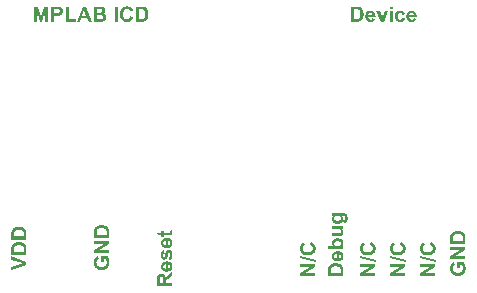
<source format=gto>
G04*
G04 #@! TF.GenerationSoftware,Altium Limited,Altium Designer,24.3.1 (35)*
G04*
G04 Layer_Color=65535*
%FSLAX44Y44*%
%MOMM*%
G71*
G04*
G04 #@! TF.SameCoordinates,61AFF90D-CADD-405B-AF75-0EC62BA5F508*
G04*
G04*
G04 #@! TF.FilePolarity,Positive*
G04*
G01*
G75*
G36*
X446315Y570743D02*
X443865D01*
Y573009D01*
X446315D01*
Y570743D01*
D02*
G37*
G36*
X453055Y569680D02*
X453203Y569671D01*
X453369Y569652D01*
X453554Y569625D01*
X453748Y569597D01*
X453961Y569560D01*
X454174Y569514D01*
X454405Y569449D01*
X454627Y569375D01*
X454849Y569292D01*
X455070Y569190D01*
X455274Y569079D01*
X455468Y568950D01*
X455477Y568941D01*
X455514Y568913D01*
X455561Y568876D01*
X455634Y568811D01*
X455718Y568737D01*
X455810Y568645D01*
X455912Y568524D01*
X456023Y568395D01*
X456143Y568256D01*
X456263Y568090D01*
X456383Y567905D01*
X456494Y567702D01*
X456615Y567489D01*
X456726Y567258D01*
X456818Y566999D01*
X456910Y566731D01*
X454497Y566296D01*
Y566306D01*
X454488Y566324D01*
X454479Y566361D01*
X454470Y566416D01*
X454451Y566472D01*
X454433Y566546D01*
X454377Y566703D01*
X454303Y566879D01*
X454202Y567064D01*
X454081Y567230D01*
X453933Y567387D01*
X453924D01*
X453915Y567406D01*
X453887Y567424D01*
X453859Y567443D01*
X453758Y567507D01*
X453628Y567572D01*
X453471Y567637D01*
X453277Y567702D01*
X453055Y567739D01*
X452815Y567757D01*
X452722D01*
X452657Y567748D01*
X452584Y567739D01*
X452491Y567720D01*
X452389Y567702D01*
X452288Y567674D01*
X452167Y567646D01*
X452047Y567600D01*
X451927Y567554D01*
X451807Y567489D01*
X451687Y567415D01*
X451567Y567332D01*
X451455Y567230D01*
X451345Y567119D01*
X451335Y567110D01*
X451317Y567091D01*
X451298Y567054D01*
X451261Y566999D01*
X451215Y566925D01*
X451169Y566842D01*
X451123Y566740D01*
X451076Y566620D01*
X451021Y566481D01*
X450975Y566324D01*
X450928Y566148D01*
X450882Y565963D01*
X450845Y565751D01*
X450827Y565520D01*
X450808Y565270D01*
X450799Y565002D01*
Y564983D01*
Y564928D01*
Y564845D01*
X450808Y564734D01*
X450818Y564595D01*
X450827Y564447D01*
X450845Y564272D01*
X450873Y564096D01*
X450938Y563708D01*
X450984Y563513D01*
X451030Y563328D01*
X451095Y563144D01*
X451169Y562968D01*
X451252Y562811D01*
X451354Y562672D01*
X451363Y562663D01*
X451381Y562644D01*
X451409Y562607D01*
X451455Y562570D01*
X451511Y562515D01*
X451576Y562459D01*
X451659Y562395D01*
X451751Y562339D01*
X451853Y562274D01*
X451964Y562210D01*
X452084Y562154D01*
X452214Y562099D01*
X452362Y562062D01*
X452509Y562025D01*
X452676Y562006D01*
X452842Y561997D01*
X452907D01*
X452962Y562006D01*
X453018D01*
X453083Y562015D01*
X453249Y562043D01*
X453425Y562099D01*
X453619Y562164D01*
X453804Y562265D01*
X453896Y562321D01*
X453980Y562395D01*
X453989Y562404D01*
X453998Y562413D01*
X454026Y562441D01*
X454053Y562469D01*
X454090Y562515D01*
X454137Y562570D01*
X454183Y562635D01*
X454229Y562718D01*
X454285Y562801D01*
X454331Y562903D01*
X454386Y563014D01*
X454442Y563144D01*
X454488Y563273D01*
X454534Y563430D01*
X454580Y563587D01*
X454618Y563763D01*
X457031Y563356D01*
Y563338D01*
X457012Y563282D01*
X456984Y563199D01*
X456957Y563079D01*
X456910Y562940D01*
X456855Y562783D01*
X456790Y562607D01*
X456707Y562422D01*
X456615Y562219D01*
X456513Y562015D01*
X456393Y561803D01*
X456263Y561590D01*
X456115Y561387D01*
X455958Y561193D01*
X455783Y561008D01*
X455588Y560841D01*
X455579Y560832D01*
X455542Y560804D01*
X455477Y560767D01*
X455394Y560712D01*
X455283Y560647D01*
X455154Y560573D01*
X455006Y560499D01*
X454830Y560425D01*
X454636Y560342D01*
X454423Y560268D01*
X454192Y560194D01*
X453933Y560129D01*
X453665Y560074D01*
X453369Y560037D01*
X453055Y560009D01*
X452731Y560000D01*
X452639D01*
X452593Y560009D01*
X452537D01*
X452399Y560019D01*
X452223Y560037D01*
X452029Y560065D01*
X451807Y560111D01*
X451567Y560157D01*
X451308Y560231D01*
X451049Y560314D01*
X450771Y560416D01*
X450503Y560536D01*
X450235Y560684D01*
X449976Y560851D01*
X449727Y561054D01*
X449486Y561276D01*
X449477Y561294D01*
X449431Y561331D01*
X449375Y561405D01*
X449301Y561516D01*
X449209Y561646D01*
X449107Y561803D01*
X448996Y561988D01*
X448885Y562201D01*
X448774Y562441D01*
X448663Y562709D01*
X448562Y563005D01*
X448469Y563319D01*
X448395Y563661D01*
X448340Y564031D01*
X448293Y564419D01*
X448284Y564835D01*
Y564845D01*
Y564863D01*
Y564891D01*
Y564937D01*
X448293Y564993D01*
Y565057D01*
Y565131D01*
X448303Y565215D01*
X448321Y565409D01*
X448349Y565631D01*
X448386Y565871D01*
X448432Y566139D01*
X448497Y566426D01*
X448580Y566712D01*
X448682Y567008D01*
X448793Y567313D01*
X448932Y567600D01*
X449098Y567887D01*
X449283Y568155D01*
X449495Y568404D01*
X449514Y568423D01*
X449551Y568460D01*
X449625Y568524D01*
X449717Y568608D01*
X449837Y568700D01*
X449986Y568811D01*
X450161Y568931D01*
X450364Y569051D01*
X450586Y569162D01*
X450827Y569283D01*
X451095Y569394D01*
X451391Y569486D01*
X451705Y569569D01*
X452038Y569634D01*
X452399Y569671D01*
X452778Y569689D01*
X452944D01*
X453055Y569680D01*
D02*
G37*
G36*
X438687Y560213D02*
X436478D01*
X432742Y569486D01*
X435313D01*
X437060Y564752D01*
X437569Y563171D01*
Y563181D01*
X437578Y563199D01*
X437587Y563227D01*
X437606Y563273D01*
X437633Y563375D01*
X437680Y563495D01*
X437716Y563633D01*
X437763Y563763D01*
X437790Y563874D01*
X437809Y563929D01*
X437818Y563966D01*
X437827Y563985D01*
X437837Y564031D01*
X437864Y564114D01*
X437901Y564207D01*
X437938Y564327D01*
X437985Y564466D01*
X438031Y564604D01*
X438086Y564752D01*
X439843Y569486D01*
X442367D01*
X438687Y560213D01*
D02*
G37*
G36*
X446315D02*
X443865D01*
Y569486D01*
X446315D01*
Y560213D01*
D02*
G37*
G36*
X416202Y572999D02*
X416359D01*
X416526Y572990D01*
X416711Y572981D01*
X416905Y572962D01*
X417099Y572944D01*
X417506Y572907D01*
X417700Y572879D01*
X417894Y572842D01*
X418070Y572805D01*
X418236Y572759D01*
X418245D01*
X418282Y572740D01*
X418347Y572722D01*
X418421Y572694D01*
X418523Y572657D01*
X418634Y572611D01*
X418763Y572556D01*
X418902Y572491D01*
X419050Y572408D01*
X419207Y572324D01*
X419364Y572223D01*
X419530Y572121D01*
X419688Y572001D01*
X419854Y571871D01*
X420011Y571733D01*
X420168Y571576D01*
X420178Y571566D01*
X420205Y571539D01*
X420242Y571492D01*
X420298Y571428D01*
X420372Y571344D01*
X420446Y571243D01*
X420529Y571132D01*
X420621Y571002D01*
X420723Y570854D01*
X420816Y570697D01*
X420917Y570531D01*
X421019Y570346D01*
X421121Y570152D01*
X421213Y569948D01*
X421306Y569726D01*
X421389Y569505D01*
X421398Y569495D01*
X421407Y569449D01*
X421426Y569384D01*
X421454Y569283D01*
X421491Y569162D01*
X421527Y569024D01*
X421564Y568857D01*
X421601Y568672D01*
X421638Y568460D01*
X421675Y568229D01*
X421712Y567979D01*
X421749Y567711D01*
X421777Y567434D01*
X421796Y567128D01*
X421814Y566814D01*
Y566481D01*
Y566463D01*
Y566407D01*
Y566324D01*
X421805Y566213D01*
Y566084D01*
X421796Y565917D01*
X421777Y565742D01*
X421768Y565547D01*
X421740Y565344D01*
X421722Y565122D01*
X421648Y564669D01*
X421546Y564207D01*
X421491Y563985D01*
X421417Y563763D01*
X421407Y563745D01*
X421398Y563698D01*
X421370Y563624D01*
X421324Y563532D01*
X421278Y563412D01*
X421222Y563273D01*
X421148Y563125D01*
X421065Y562959D01*
X420973Y562783D01*
X420871Y562598D01*
X420760Y562413D01*
X420640Y562219D01*
X420501Y562034D01*
X420363Y561849D01*
X420215Y561664D01*
X420048Y561498D01*
X420039Y561488D01*
X420020Y561470D01*
X419974Y561433D01*
X419928Y561387D01*
X419854Y561331D01*
X419771Y561276D01*
X419678Y561202D01*
X419567Y561128D01*
X419447Y561045D01*
X419309Y560961D01*
X419161Y560878D01*
X419003Y560795D01*
X418828Y560712D01*
X418643Y560629D01*
X418449Y560555D01*
X418236Y560481D01*
X418227D01*
X418199Y560471D01*
X418144Y560453D01*
X418079Y560444D01*
X417996Y560416D01*
X417885Y560398D01*
X417765Y560370D01*
X417626Y560351D01*
X417469Y560324D01*
X417302Y560296D01*
X417108Y560277D01*
X416905Y560259D01*
X416683Y560240D01*
X416452Y560222D01*
X416202Y560213D01*
X411089D01*
Y573009D01*
X416063D01*
X416202Y572999D01*
D02*
G37*
G36*
X462439Y569680D02*
X462495D01*
X462643Y569671D01*
X462818Y569652D01*
X463013Y569615D01*
X463244Y569578D01*
X463484Y569523D01*
X463734Y569449D01*
X464002Y569356D01*
X464270Y569246D01*
X464547Y569116D01*
X464815Y568959D01*
X465074Y568774D01*
X465324Y568561D01*
X465555Y568321D01*
X465564Y568302D01*
X465611Y568256D01*
X465666Y568173D01*
X465740Y568062D01*
X465832Y567914D01*
X465934Y567739D01*
X466036Y567526D01*
X466147Y567285D01*
X466258Y567008D01*
X466369Y566694D01*
X466461Y566352D01*
X466554Y565973D01*
X466618Y565566D01*
X466674Y565122D01*
X466702Y564641D01*
X466711Y564133D01*
X460562D01*
Y564123D01*
Y564087D01*
X460572Y564031D01*
Y563957D01*
X460581Y563865D01*
X460599Y563754D01*
X460618Y563643D01*
X460646Y563513D01*
X460710Y563236D01*
X460757Y563097D01*
X460812Y562959D01*
X460886Y562820D01*
X460960Y562681D01*
X461043Y562552D01*
X461145Y562432D01*
X461154Y562422D01*
X461173Y562404D01*
X461200Y562376D01*
X461247Y562339D01*
X461302Y562293D01*
X461376Y562237D01*
X461450Y562191D01*
X461543Y562136D01*
X461635Y562071D01*
X461746Y562025D01*
X461986Y561923D01*
X462125Y561886D01*
X462264Y561858D01*
X462411Y561840D01*
X462569Y561831D01*
X462624D01*
X462670Y561840D01*
X462772Y561849D01*
X462911Y561868D01*
X463059Y561905D01*
X463225Y561960D01*
X463382Y562034D01*
X463540Y562136D01*
X463549D01*
X463558Y562154D01*
X463604Y562201D01*
X463678Y562274D01*
X463761Y562385D01*
X463863Y562524D01*
X463965Y562700D01*
X464057Y562903D01*
X464141Y563153D01*
X466581Y562746D01*
X466572Y562727D01*
X466563Y562691D01*
X466535Y562617D01*
X466489Y562524D01*
X466443Y562413D01*
X466378Y562284D01*
X466304Y562136D01*
X466212Y561988D01*
X466119Y561821D01*
X466008Y561655D01*
X465879Y561479D01*
X465749Y561313D01*
X465601Y561147D01*
X465444Y560980D01*
X465268Y560832D01*
X465084Y560693D01*
X465074Y560684D01*
X465037Y560666D01*
X464982Y560629D01*
X464899Y560583D01*
X464797Y560536D01*
X464686Y560471D01*
X464538Y560416D01*
X464381Y560351D01*
X464205Y560287D01*
X464020Y560222D01*
X463808Y560157D01*
X463586Y560111D01*
X463345Y560065D01*
X463087Y560028D01*
X462818Y560009D01*
X462541Y560000D01*
X462439D01*
X462375Y560009D01*
X462310D01*
X462236Y560019D01*
X462143Y560028D01*
X461940Y560046D01*
X461718Y560083D01*
X461459Y560129D01*
X461182Y560194D01*
X460895Y560277D01*
X460599Y560388D01*
X460303Y560508D01*
X460008Y560666D01*
X459721Y560841D01*
X459453Y561054D01*
X459194Y561294D01*
X458963Y561572D01*
X458954Y561590D01*
X458926Y561627D01*
X458880Y561701D01*
X458824Y561803D01*
X458750Y561923D01*
X458676Y562071D01*
X458593Y562247D01*
X458510Y562450D01*
X458417Y562672D01*
X458334Y562912D01*
X458260Y563171D01*
X458196Y563458D01*
X458131Y563754D01*
X458085Y564077D01*
X458057Y564419D01*
X458048Y564771D01*
Y564780D01*
Y564799D01*
Y564826D01*
Y564872D01*
X458057Y564928D01*
Y564993D01*
Y565067D01*
X458066Y565150D01*
X458085Y565344D01*
X458112Y565566D01*
X458149Y565816D01*
X458196Y566084D01*
X458260Y566370D01*
X458344Y566666D01*
X458436Y566962D01*
X458556Y567267D01*
X458695Y567563D01*
X458852Y567850D01*
X459037Y568118D01*
X459250Y568377D01*
X459268Y568395D01*
X459305Y568432D01*
X459370Y568497D01*
X459462Y568580D01*
X459582Y568682D01*
X459730Y568793D01*
X459897Y568913D01*
X460082Y569033D01*
X460294Y569153D01*
X460525Y569273D01*
X460775Y569384D01*
X461043Y569486D01*
X461330Y569569D01*
X461635Y569634D01*
X461959Y569671D01*
X462301Y569689D01*
X462393D01*
X462439Y569680D01*
D02*
G37*
G36*
X427657D02*
X427713D01*
X427861Y569671D01*
X428036Y569652D01*
X428231Y569615D01*
X428462Y569578D01*
X428702Y569523D01*
X428952Y569449D01*
X429220Y569356D01*
X429488Y569246D01*
X429765Y569116D01*
X430033Y568959D01*
X430292Y568774D01*
X430542Y568561D01*
X430773Y568321D01*
X430782Y568302D01*
X430829Y568256D01*
X430884Y568173D01*
X430958Y568062D01*
X431050Y567914D01*
X431152Y567739D01*
X431254Y567526D01*
X431365Y567285D01*
X431476Y567008D01*
X431587Y566694D01*
X431679Y566352D01*
X431772Y565973D01*
X431836Y565566D01*
X431892Y565122D01*
X431920Y564641D01*
X431929Y564133D01*
X425780D01*
Y564123D01*
Y564087D01*
X425790Y564031D01*
Y563957D01*
X425799Y563865D01*
X425817Y563754D01*
X425836Y563643D01*
X425864Y563513D01*
X425928Y563236D01*
X425975Y563097D01*
X426030Y562959D01*
X426104Y562820D01*
X426178Y562681D01*
X426261Y562552D01*
X426363Y562432D01*
X426372Y562422D01*
X426391Y562404D01*
X426418Y562376D01*
X426465Y562339D01*
X426520Y562293D01*
X426594Y562237D01*
X426668Y562191D01*
X426760Y562136D01*
X426853Y562071D01*
X426964Y562025D01*
X427204Y561923D01*
X427343Y561886D01*
X427482Y561858D01*
X427630Y561840D01*
X427787Y561831D01*
X427842D01*
X427888Y561840D01*
X427990Y561849D01*
X428129Y561868D01*
X428277Y561905D01*
X428443Y561960D01*
X428600Y562034D01*
X428758Y562136D01*
X428767D01*
X428776Y562154D01*
X428822Y562201D01*
X428896Y562274D01*
X428979Y562385D01*
X429081Y562524D01*
X429183Y562700D01*
X429275Y562903D01*
X429358Y563153D01*
X431799Y562746D01*
X431790Y562727D01*
X431781Y562691D01*
X431753Y562617D01*
X431707Y562524D01*
X431661Y562413D01*
X431596Y562284D01*
X431522Y562136D01*
X431429Y561988D01*
X431337Y561821D01*
X431226Y561655D01*
X431097Y561479D01*
X430967Y561313D01*
X430819Y561147D01*
X430662Y560980D01*
X430486Y560832D01*
X430302Y560693D01*
X430292Y560684D01*
X430255Y560666D01*
X430200Y560629D01*
X430117Y560583D01*
X430015Y560536D01*
X429904Y560471D01*
X429756Y560416D01*
X429599Y560351D01*
X429423Y560287D01*
X429238Y560222D01*
X429026Y560157D01*
X428804Y560111D01*
X428563Y560065D01*
X428304Y560028D01*
X428036Y560009D01*
X427759Y560000D01*
X427657D01*
X427593Y560009D01*
X427528D01*
X427454Y560019D01*
X427361Y560028D01*
X427158Y560046D01*
X426936Y560083D01*
X426677Y560129D01*
X426400Y560194D01*
X426113Y560277D01*
X425817Y560388D01*
X425522Y560508D01*
X425226Y560666D01*
X424939Y560841D01*
X424671Y561054D01*
X424412Y561294D01*
X424181Y561572D01*
X424172Y561590D01*
X424144Y561627D01*
X424098Y561701D01*
X424042Y561803D01*
X423968Y561923D01*
X423894Y562071D01*
X423811Y562247D01*
X423728Y562450D01*
X423635Y562672D01*
X423552Y562912D01*
X423478Y563171D01*
X423414Y563458D01*
X423349Y563754D01*
X423303Y564077D01*
X423275Y564419D01*
X423266Y564771D01*
Y564780D01*
Y564799D01*
Y564826D01*
Y564872D01*
X423275Y564928D01*
Y564993D01*
Y565067D01*
X423284Y565150D01*
X423303Y565344D01*
X423330Y565566D01*
X423367Y565816D01*
X423414Y566084D01*
X423478Y566370D01*
X423562Y566666D01*
X423654Y566962D01*
X423774Y567267D01*
X423913Y567563D01*
X424070Y567850D01*
X424255Y568118D01*
X424468Y568377D01*
X424486Y568395D01*
X424523Y568432D01*
X424588Y568497D01*
X424680Y568580D01*
X424800Y568682D01*
X424948Y568793D01*
X425115Y568913D01*
X425300Y569033D01*
X425512Y569153D01*
X425743Y569273D01*
X425993Y569384D01*
X426261Y569486D01*
X426548Y569569D01*
X426853Y569634D01*
X427177Y569671D01*
X427519Y569689D01*
X427611D01*
X427657Y569680D01*
D02*
G37*
G36*
X221726Y573221D02*
X221791D01*
X221874Y573212D01*
X221957D01*
X222161Y573184D01*
X222383Y573157D01*
X222641Y573110D01*
X222919Y573055D01*
X223215Y572981D01*
X223529Y572888D01*
X223843Y572777D01*
X224167Y572639D01*
X224481Y572482D01*
X224796Y572297D01*
X225091Y572084D01*
X225378Y571834D01*
X225387Y571825D01*
X225415Y571797D01*
X225461Y571751D01*
X225517Y571687D01*
X225591Y571603D01*
X225674Y571492D01*
X225766Y571372D01*
X225868Y571233D01*
X225970Y571076D01*
X226081Y570901D01*
X226192Y570706D01*
X226303Y570503D01*
X226404Y570272D01*
X226506Y570032D01*
X226608Y569763D01*
X226691Y569486D01*
X224130Y568876D01*
Y568885D01*
X224121Y568922D01*
X224102Y568968D01*
X224084Y569042D01*
X224056Y569125D01*
X224019Y569218D01*
X223973Y569329D01*
X223927Y569440D01*
X223797Y569689D01*
X223714Y569819D01*
X223631Y569948D01*
X223538Y570078D01*
X223427Y570207D01*
X223307Y570327D01*
X223178Y570438D01*
X223168Y570448D01*
X223150Y570466D01*
X223104Y570494D01*
X223048Y570531D01*
X222983Y570577D01*
X222900Y570623D01*
X222799Y570679D01*
X222697Y570734D01*
X222567Y570780D01*
X222438Y570836D01*
X222290Y570882D01*
X222142Y570928D01*
X221976Y570965D01*
X221800Y570993D01*
X221624Y571012D01*
X221430Y571021D01*
X221366D01*
X221292Y571012D01*
X221199Y571002D01*
X221079Y570993D01*
X220940Y570965D01*
X220783Y570938D01*
X220617Y570891D01*
X220432Y570836D01*
X220247Y570771D01*
X220053Y570688D01*
X219858Y570586D01*
X219674Y570466D01*
X219479Y570337D01*
X219304Y570179D01*
X219128Y569995D01*
X219119Y569985D01*
X219091Y569948D01*
X219045Y569884D01*
X218989Y569800D01*
X218925Y569689D01*
X218851Y569551D01*
X218768Y569394D01*
X218694Y569199D01*
X218610Y568987D01*
X218527Y568737D01*
X218453Y568469D01*
X218388Y568173D01*
X218333Y567840D01*
X218287Y567489D01*
X218259Y567101D01*
X218250Y566685D01*
Y566675D01*
Y566657D01*
Y566620D01*
Y566583D01*
Y566518D01*
X218259Y566454D01*
Y566380D01*
X218268Y566287D01*
X218277Y566093D01*
X218296Y565862D01*
X218324Y565612D01*
X218361Y565344D01*
X218407Y565067D01*
X218462Y564780D01*
X218536Y564493D01*
X218619Y564207D01*
X218712Y563939D01*
X218832Y563680D01*
X218962Y563449D01*
X219119Y563236D01*
X219128Y563227D01*
X219156Y563190D01*
X219211Y563144D01*
X219276Y563079D01*
X219359Y562996D01*
X219470Y562912D01*
X219590Y562820D01*
X219729Y562728D01*
X219886Y562626D01*
X220053Y562533D01*
X220238Y562450D01*
X220441Y562367D01*
X220654Y562302D01*
X220885Y562256D01*
X221125Y562219D01*
X221384Y562210D01*
X221486D01*
X221560Y562219D01*
X221643Y562228D01*
X221744Y562247D01*
X221865Y562265D01*
X221994Y562293D01*
X222124Y562321D01*
X222262Y562367D01*
X222410Y562422D01*
X222558Y562487D01*
X222715Y562561D01*
X222863Y562644D01*
X223011Y562746D01*
X223150Y562857D01*
X223159Y562866D01*
X223187Y562885D01*
X223224Y562931D01*
X223270Y562986D01*
X223335Y563051D01*
X223409Y563144D01*
X223483Y563245D01*
X223566Y563365D01*
X223649Y563495D01*
X223742Y563652D01*
X223834Y563819D01*
X223917Y564003D01*
X224000Y564216D01*
X224084Y564429D01*
X224158Y564669D01*
X224222Y564928D01*
X226728Y564133D01*
Y564124D01*
X226719Y564105D01*
X226709Y564077D01*
X226700Y564040D01*
X226682Y563994D01*
X226663Y563929D01*
X226617Y563791D01*
X226552Y563615D01*
X226469Y563412D01*
X226377Y563190D01*
X226266Y562959D01*
X226145Y562709D01*
X226007Y562450D01*
X225850Y562191D01*
X225674Y561932D01*
X225480Y561683D01*
X225276Y561442D01*
X225045Y561220D01*
X224805Y561017D01*
X224786Y561008D01*
X224740Y560971D01*
X224666Y560925D01*
X224564Y560860D01*
X224435Y560786D01*
X224278Y560693D01*
X224093Y560601D01*
X223880Y560508D01*
X223649Y560416D01*
X223390Y560324D01*
X223113Y560240D01*
X222808Y560157D01*
X222493Y560093D01*
X222151Y560046D01*
X221791Y560009D01*
X221412Y560000D01*
X221301D01*
X221236Y560009D01*
X221162D01*
X221079Y560019D01*
X220986Y560028D01*
X220885Y560037D01*
X220774Y560056D01*
X220515Y560093D01*
X220238Y560148D01*
X219932Y560222D01*
X219609Y560305D01*
X219267Y560425D01*
X218925Y560564D01*
X218564Y560730D01*
X218222Y560934D01*
X217871Y561165D01*
X217704Y561294D01*
X217538Y561433D01*
X217381Y561581D01*
X217223Y561738D01*
Y561747D01*
X217205Y561757D01*
X217187Y561784D01*
X217150Y561821D01*
X217113Y561868D01*
X217076Y561923D01*
X217020Y561988D01*
X216965Y562062D01*
X216909Y562145D01*
X216844Y562238D01*
X216780Y562339D01*
X216706Y562450D01*
X216558Y562700D01*
X216410Y562986D01*
X216253Y563310D01*
X216105Y563661D01*
X215966Y564059D01*
X215846Y564484D01*
X215735Y564937D01*
X215661Y565427D01*
X215606Y565945D01*
X215596Y566222D01*
X215587Y566500D01*
Y566509D01*
Y566537D01*
Y566583D01*
Y566638D01*
X215596Y566712D01*
Y566805D01*
X215606Y566907D01*
X215615Y567027D01*
X215624Y567156D01*
X215633Y567295D01*
X215652Y567443D01*
X215670Y567600D01*
X215726Y567942D01*
X215790Y568312D01*
X215883Y568709D01*
X215984Y569116D01*
X216123Y569523D01*
X216280Y569939D01*
X216474Y570346D01*
X216687Y570734D01*
X216946Y571113D01*
X217085Y571289D01*
X217233Y571455D01*
X217242Y571465D01*
X217251Y571474D01*
X217279Y571502D01*
X217307Y571529D01*
X217399Y571622D01*
X217528Y571733D01*
X217695Y571871D01*
X217898Y572019D01*
X218130Y572177D01*
X218388Y572343D01*
X218684Y572509D01*
X219017Y572667D01*
X219368Y572824D01*
X219757Y572953D01*
X220173Y573064D01*
X220607Y573157D01*
X221079Y573212D01*
X221319Y573221D01*
X221569Y573231D01*
X221671D01*
X221726Y573221D01*
D02*
G37*
G36*
X154880Y560222D02*
X152486D01*
X152477Y570290D01*
X149943Y560222D01*
X147456D01*
X144932Y570290D01*
Y560222D01*
X142537D01*
Y573018D01*
X146402D01*
X148714Y564281D01*
X150997Y573018D01*
X154880D01*
Y560222D01*
D02*
G37*
G36*
X234050Y573009D02*
X234208D01*
X234374Y572999D01*
X234559Y572990D01*
X234753Y572972D01*
X234947Y572953D01*
X235354Y572916D01*
X235548Y572888D01*
X235742Y572851D01*
X235918Y572814D01*
X236084Y572768D01*
X236094D01*
X236131Y572750D01*
X236195Y572731D01*
X236269Y572704D01*
X236371Y572667D01*
X236482Y572620D01*
X236611Y572565D01*
X236750Y572500D01*
X236898Y572417D01*
X237055Y572334D01*
X237212Y572232D01*
X237379Y572130D01*
X237536Y572010D01*
X237702Y571881D01*
X237860Y571742D01*
X238017Y571585D01*
X238026Y571576D01*
X238054Y571548D01*
X238091Y571502D01*
X238146Y571437D01*
X238220Y571354D01*
X238294Y571252D01*
X238377Y571141D01*
X238470Y571012D01*
X238571Y570864D01*
X238664Y570706D01*
X238766Y570540D01*
X238867Y570355D01*
X238969Y570161D01*
X239062Y569958D01*
X239154Y569736D01*
X239237Y569514D01*
X239247Y569505D01*
X239256Y569458D01*
X239274Y569394D01*
X239302Y569292D01*
X239339Y569172D01*
X239376Y569033D01*
X239413Y568867D01*
X239450Y568682D01*
X239487Y568469D01*
X239524Y568238D01*
X239561Y567988D01*
X239598Y567720D01*
X239625Y567443D01*
X239644Y567138D01*
X239662Y566823D01*
Y566490D01*
Y566472D01*
Y566417D01*
Y566333D01*
X239653Y566222D01*
Y566093D01*
X239644Y565927D01*
X239625Y565751D01*
X239616Y565557D01*
X239589Y565353D01*
X239570Y565131D01*
X239496Y564678D01*
X239394Y564216D01*
X239339Y563994D01*
X239265Y563772D01*
X239256Y563754D01*
X239247Y563708D01*
X239219Y563633D01*
X239172Y563541D01*
X239126Y563421D01*
X239071Y563282D01*
X238997Y563134D01*
X238914Y562968D01*
X238821Y562792D01*
X238720Y562607D01*
X238608Y562422D01*
X238488Y562228D01*
X238350Y562043D01*
X238211Y561858D01*
X238063Y561674D01*
X237897Y561507D01*
X237887Y561498D01*
X237869Y561479D01*
X237823Y561442D01*
X237776Y561396D01*
X237702Y561341D01*
X237619Y561285D01*
X237527Y561211D01*
X237416Y561137D01*
X237296Y561054D01*
X237157Y560971D01*
X237009Y560888D01*
X236852Y560804D01*
X236676Y560721D01*
X236491Y560638D01*
X236297Y560564D01*
X236084Y560490D01*
X236075D01*
X236047Y560481D01*
X235992Y560462D01*
X235927Y560453D01*
X235844Y560425D01*
X235733Y560407D01*
X235613Y560379D01*
X235474Y560361D01*
X235317Y560333D01*
X235151Y560305D01*
X234956Y560287D01*
X234753Y560268D01*
X234531Y560250D01*
X234300Y560231D01*
X234050Y560222D01*
X228938D01*
Y573018D01*
X233912D01*
X234050Y573009D01*
D02*
G37*
G36*
X213571Y560222D02*
X210992D01*
Y573018D01*
X213571D01*
Y560222D01*
D02*
G37*
G36*
X198843Y573009D02*
X199000D01*
X199176Y572999D01*
X199546Y572990D01*
X199916Y572962D01*
X200101Y572953D01*
X200276Y572935D01*
X200433Y572907D01*
X200581Y572888D01*
X200591D01*
X200618Y572879D01*
X200655Y572870D01*
X200711Y572861D01*
X200776Y572842D01*
X200849Y572824D01*
X200933Y572805D01*
X201034Y572777D01*
X201238Y572704D01*
X201460Y572611D01*
X201691Y572491D01*
X201922Y572352D01*
X201931D01*
X201950Y572334D01*
X201977Y572315D01*
X202024Y572278D01*
X202125Y572195D01*
X202264Y572075D01*
X202421Y571918D01*
X202588Y571733D01*
X202745Y571529D01*
X202902Y571289D01*
X202911Y571280D01*
X202920Y571261D01*
X202939Y571224D01*
X202967Y571169D01*
X202994Y571113D01*
X203031Y571039D01*
X203068Y570947D01*
X203105Y570854D01*
X203142Y570743D01*
X203170Y570632D01*
X203235Y570374D01*
X203281Y570096D01*
X203300Y569948D01*
Y569791D01*
Y569782D01*
Y569754D01*
Y569708D01*
X203290Y569643D01*
X203281Y569560D01*
X203272Y569468D01*
X203263Y569366D01*
X203235Y569246D01*
X203179Y568996D01*
X203096Y568719D01*
X203041Y568580D01*
X202976Y568432D01*
X202893Y568284D01*
X202810Y568145D01*
X202800Y568136D01*
X202791Y568108D01*
X202763Y568071D01*
X202726Y568025D01*
X202671Y567961D01*
X202615Y567887D01*
X202541Y567812D01*
X202467Y567720D01*
X202375Y567637D01*
X202283Y567544D01*
X202061Y567350D01*
X201802Y567175D01*
X201506Y567017D01*
X201515D01*
X201561Y566999D01*
X201617Y566980D01*
X201700Y566953D01*
X201793Y566916D01*
X201903Y566870D01*
X202033Y566814D01*
X202172Y566749D01*
X202310Y566675D01*
X202458Y566592D01*
X202606Y566490D01*
X202754Y566389D01*
X202902Y566278D01*
X203041Y566148D01*
X203179Y566010D01*
X203300Y565862D01*
X203309Y565853D01*
X203327Y565825D01*
X203355Y565779D01*
X203401Y565714D01*
X203447Y565640D01*
X203503Y565547D01*
X203558Y565436D01*
X203614Y565316D01*
X203669Y565177D01*
X203734Y565030D01*
X203780Y564872D01*
X203827Y564697D01*
X203873Y564521D01*
X203901Y564327D01*
X203919Y564133D01*
X203928Y563929D01*
Y563920D01*
Y563892D01*
Y563846D01*
X203919Y563781D01*
Y563698D01*
X203910Y563615D01*
X203891Y563504D01*
X203882Y563393D01*
X203854Y563264D01*
X203827Y563134D01*
X203753Y562848D01*
X203660Y562542D01*
X203595Y562385D01*
X203521Y562228D01*
Y562219D01*
X203503Y562191D01*
X203475Y562145D01*
X203447Y562090D01*
X203410Y562025D01*
X203355Y561942D01*
X203235Y561757D01*
X203068Y561544D01*
X202883Y561322D01*
X202662Y561110D01*
X202412Y560906D01*
X202403Y560897D01*
X202384Y560888D01*
X202338Y560860D01*
X202283Y560832D01*
X202218Y560786D01*
X202135Y560749D01*
X202042Y560693D01*
X201931Y560647D01*
X201811Y560592D01*
X201682Y560546D01*
X201534Y560490D01*
X201386Y560444D01*
X201219Y560398D01*
X201044Y560361D01*
X200674Y560305D01*
X200646D01*
X200600Y560296D01*
X200535D01*
X200452Y560287D01*
X200341Y560277D01*
X200212D01*
X200045Y560268D01*
X199851Y560259D01*
X199629Y560250D01*
X199379D01*
X199093Y560240D01*
X198936D01*
X198769Y560231D01*
X198399D01*
X198205Y560222D01*
X193213D01*
Y573018D01*
X198704D01*
X198843Y573009D01*
D02*
G37*
G36*
X191826Y560222D02*
X189015D01*
X187906Y563125D01*
X182784D01*
X181730Y560222D01*
X178993D01*
X183958Y573018D01*
X186704D01*
X191826Y560222D01*
D02*
G37*
G36*
X172022Y562385D02*
X178447D01*
Y560222D01*
X169442D01*
Y572907D01*
X172022D01*
Y562385D01*
D02*
G37*
G36*
X162166Y573009D02*
X162379D01*
X162610Y572999D01*
X162859Y572990D01*
X163377Y572972D01*
X163636Y572953D01*
X163886Y572935D01*
X164117Y572916D01*
X164329Y572888D01*
X164514Y572861D01*
X164588Y572842D01*
X164662Y572824D01*
X164671D01*
X164708Y572805D01*
X164773Y572787D01*
X164847Y572768D01*
X164940Y572731D01*
X165051Y572685D01*
X165171Y572630D01*
X165309Y572556D01*
X165448Y572482D01*
X165596Y572389D01*
X165744Y572287D01*
X165901Y572177D01*
X166058Y572047D01*
X166215Y571899D01*
X166363Y571742D01*
X166502Y571566D01*
X166511Y571557D01*
X166539Y571520D01*
X166576Y571465D01*
X166622Y571391D01*
X166678Y571298D01*
X166742Y571178D01*
X166807Y571049D01*
X166881Y570891D01*
X166946Y570725D01*
X167011Y570540D01*
X167075Y570337D01*
X167131Y570115D01*
X167186Y569874D01*
X167223Y569625D01*
X167242Y569356D01*
X167251Y569079D01*
Y569070D01*
Y569024D01*
Y568968D01*
X167242Y568885D01*
Y568783D01*
X167232Y568663D01*
X167214Y568534D01*
X167195Y568386D01*
X167177Y568238D01*
X167149Y568071D01*
X167066Y567739D01*
X166964Y567406D01*
X166890Y567248D01*
X166816Y567091D01*
X166807Y567082D01*
X166798Y567054D01*
X166770Y567017D01*
X166742Y566962D01*
X166696Y566897D01*
X166650Y566814D01*
X166521Y566638D01*
X166363Y566435D01*
X166178Y566222D01*
X165966Y566019D01*
X165735Y565834D01*
X165725Y565825D01*
X165707Y565816D01*
X165670Y565788D01*
X165624Y565760D01*
X165559Y565723D01*
X165494Y565677D01*
X165411Y565631D01*
X165319Y565584D01*
X165115Y565483D01*
X164893Y565381D01*
X164653Y565289D01*
X164394Y565224D01*
X164385D01*
X164348Y565215D01*
X164302Y565205D01*
X164218Y565196D01*
X164126Y565187D01*
X164006Y565168D01*
X163876Y565150D01*
X163710Y565141D01*
X163534Y565122D01*
X163340Y565104D01*
X163118Y565085D01*
X162878Y565076D01*
X162619Y565067D01*
X162342Y565057D01*
X162036Y565048D01*
X160039D01*
Y560222D01*
X157460D01*
Y573018D01*
X161972D01*
X162166Y573009D01*
D02*
G37*
G36*
X130398Y386485D02*
X130527D01*
X130693Y386476D01*
X130869Y386457D01*
X131063Y386448D01*
X131267Y386421D01*
X131489Y386402D01*
X131941Y386328D01*
X132404Y386226D01*
X132626Y386171D01*
X132848Y386097D01*
X132866Y386088D01*
X132912Y386078D01*
X132986Y386051D01*
X133079Y386004D01*
X133199Y385958D01*
X133338Y385903D01*
X133486Y385829D01*
X133652Y385746D01*
X133828Y385653D01*
X134013Y385551D01*
X134198Y385440D01*
X134392Y385320D01*
X134577Y385182D01*
X134761Y385043D01*
X134946Y384895D01*
X135113Y384729D01*
X135122Y384719D01*
X135140Y384701D01*
X135177Y384655D01*
X135224Y384608D01*
X135279Y384534D01*
X135335Y384451D01*
X135409Y384359D01*
X135483Y384248D01*
X135566Y384128D01*
X135649Y383989D01*
X135732Y383841D01*
X135815Y383684D01*
X135899Y383508D01*
X135982Y383323D01*
X136056Y383129D01*
X136130Y382916D01*
Y382907D01*
X136139Y382879D01*
X136158Y382824D01*
X136167Y382759D01*
X136194Y382676D01*
X136213Y382565D01*
X136241Y382445D01*
X136259Y382306D01*
X136287Y382149D01*
X136315Y381983D01*
X136333Y381788D01*
X136352Y381585D01*
X136370Y381363D01*
X136389Y381132D01*
X136398Y380882D01*
Y375770D01*
X123602D01*
Y380744D01*
X123611Y380882D01*
Y381040D01*
X123621Y381206D01*
X123630Y381391D01*
X123648Y381585D01*
X123667Y381779D01*
X123704Y382186D01*
X123731Y382380D01*
X123768Y382574D01*
X123805Y382750D01*
X123852Y382916D01*
Y382926D01*
X123870Y382963D01*
X123889Y383027D01*
X123916Y383101D01*
X123953Y383203D01*
X124000Y383314D01*
X124055Y383443D01*
X124120Y383582D01*
X124203Y383730D01*
X124286Y383887D01*
X124388Y384044D01*
X124490Y384211D01*
X124610Y384368D01*
X124739Y384534D01*
X124878Y384692D01*
X125035Y384849D01*
X125044Y384858D01*
X125072Y384886D01*
X125118Y384923D01*
X125183Y384978D01*
X125266Y385052D01*
X125368Y385126D01*
X125479Y385209D01*
X125608Y385302D01*
X125756Y385403D01*
X125913Y385496D01*
X126080Y385598D01*
X126265Y385699D01*
X126459Y385801D01*
X126662Y385894D01*
X126884Y385986D01*
X127106Y386069D01*
X127115Y386078D01*
X127162Y386088D01*
X127226Y386106D01*
X127328Y386134D01*
X127448Y386171D01*
X127587Y386208D01*
X127753Y386245D01*
X127938Y386282D01*
X128151Y386319D01*
X128382Y386356D01*
X128632Y386393D01*
X128900Y386430D01*
X129177Y386457D01*
X129482Y386476D01*
X129797Y386494D01*
X130129D01*
X130148D01*
X130203D01*
X130287D01*
X130398Y386485D01*
D02*
G37*
G36*
Y373578D02*
X130527D01*
X130693Y373569D01*
X130869Y373551D01*
X131063Y373541D01*
X131267Y373514D01*
X131489Y373495D01*
X131941Y373421D01*
X132404Y373319D01*
X132626Y373264D01*
X132848Y373190D01*
X132866Y373181D01*
X132912Y373172D01*
X132986Y373144D01*
X133079Y373098D01*
X133199Y373051D01*
X133338Y372996D01*
X133486Y372922D01*
X133652Y372839D01*
X133828Y372746D01*
X134013Y372645D01*
X134198Y372534D01*
X134392Y372413D01*
X134577Y372275D01*
X134761Y372136D01*
X134946Y371988D01*
X135113Y371822D01*
X135122Y371812D01*
X135140Y371794D01*
X135177Y371748D01*
X135224Y371702D01*
X135279Y371628D01*
X135335Y371544D01*
X135409Y371452D01*
X135483Y371341D01*
X135566Y371221D01*
X135649Y371082D01*
X135732Y370934D01*
X135815Y370777D01*
X135899Y370601D01*
X135982Y370416D01*
X136056Y370222D01*
X136130Y370009D01*
Y370000D01*
X136139Y369972D01*
X136158Y369917D01*
X136167Y369852D01*
X136194Y369769D01*
X136213Y369658D01*
X136241Y369538D01*
X136259Y369399D01*
X136287Y369242D01*
X136315Y369076D01*
X136333Y368882D01*
X136352Y368678D01*
X136370Y368456D01*
X136389Y368225D01*
X136398Y367976D01*
Y362863D01*
X123602D01*
Y367837D01*
X123611Y367976D01*
Y368133D01*
X123621Y368299D01*
X123630Y368484D01*
X123648Y368678D01*
X123667Y368872D01*
X123704Y369279D01*
X123731Y369473D01*
X123768Y369667D01*
X123805Y369843D01*
X123852Y370009D01*
Y370019D01*
X123870Y370056D01*
X123889Y370121D01*
X123916Y370194D01*
X123953Y370296D01*
X124000Y370407D01*
X124055Y370536D01*
X124120Y370675D01*
X124203Y370823D01*
X124286Y370980D01*
X124388Y371138D01*
X124490Y371304D01*
X124610Y371461D01*
X124739Y371628D01*
X124878Y371785D01*
X125035Y371942D01*
X125044Y371951D01*
X125072Y371979D01*
X125118Y372016D01*
X125183Y372071D01*
X125266Y372145D01*
X125368Y372219D01*
X125479Y372302D01*
X125608Y372395D01*
X125756Y372497D01*
X125913Y372589D01*
X126080Y372691D01*
X126265Y372792D01*
X126459Y372894D01*
X126662Y372987D01*
X126884Y373079D01*
X127106Y373162D01*
X127115Y373172D01*
X127162Y373181D01*
X127226Y373199D01*
X127328Y373227D01*
X127448Y373264D01*
X127587Y373301D01*
X127753Y373338D01*
X127938Y373375D01*
X128151Y373412D01*
X128382Y373449D01*
X128632Y373486D01*
X128900Y373523D01*
X129177Y373551D01*
X129482Y373569D01*
X129797Y373588D01*
X130129D01*
X130148D01*
X130203D01*
X130287D01*
X130398Y373578D01*
D02*
G37*
G36*
X136398Y357001D02*
Y354218D01*
X123602Y349651D01*
Y352443D01*
X133069Y355688D01*
X123602Y358813D01*
Y361559D01*
X136398Y357001D01*
D02*
G37*
G36*
X478710Y373532D02*
X478738Y373523D01*
X478775Y373513D01*
X478821Y373495D01*
X478886Y373476D01*
X479025Y373430D01*
X479200Y373366D01*
X479403Y373282D01*
X479625Y373190D01*
X479857Y373079D01*
X480106Y372959D01*
X480365Y372820D01*
X480624Y372663D01*
X480883Y372487D01*
X481133Y372293D01*
X481373Y372090D01*
X481595Y371858D01*
X481798Y371618D01*
X481807Y371600D01*
X481844Y371553D01*
X481891Y371479D01*
X481955Y371378D01*
X482029Y371248D01*
X482122Y371091D01*
X482214Y370906D01*
X482307Y370694D01*
X482399Y370462D01*
X482492Y370204D01*
X482575Y369926D01*
X482658Y369621D01*
X482723Y369307D01*
X482769Y368965D01*
X482806Y368604D01*
X482815Y368225D01*
Y368114D01*
X482806Y368049D01*
Y367975D01*
X482797Y367892D01*
X482787Y367800D01*
X482778Y367698D01*
X482760Y367587D01*
X482723Y367328D01*
X482667Y367051D01*
X482593Y366746D01*
X482510Y366422D01*
X482390Y366080D01*
X482251Y365738D01*
X482085Y365377D01*
X481881Y365035D01*
X481650Y364684D01*
X481521Y364518D01*
X481382Y364351D01*
X481234Y364194D01*
X481077Y364037D01*
X481068D01*
X481059Y364018D01*
X481031Y364000D01*
X480994Y363963D01*
X480948Y363926D01*
X480892Y363889D01*
X480827Y363833D01*
X480753Y363778D01*
X480670Y363722D01*
X480578Y363658D01*
X480476Y363593D01*
X480365Y363519D01*
X480115Y363371D01*
X479829Y363223D01*
X479505Y363066D01*
X479154Y362918D01*
X478756Y362779D01*
X478331Y362659D01*
X477878Y362548D01*
X477388Y362474D01*
X476870Y362419D01*
X476593Y362410D01*
X476315Y362400D01*
X476306D01*
X476278D01*
X476232D01*
X476177D01*
X476103Y362410D01*
X476010D01*
X475909Y362419D01*
X475788Y362428D01*
X475659Y362437D01*
X475520Y362446D01*
X475373Y362465D01*
X475215Y362483D01*
X474873Y362539D01*
X474503Y362604D01*
X474106Y362696D01*
X473699Y362798D01*
X473292Y362937D01*
X472876Y363094D01*
X472469Y363288D01*
X472081Y363500D01*
X471702Y363759D01*
X471526Y363898D01*
X471360Y364046D01*
X471351Y364055D01*
X471341Y364064D01*
X471314Y364092D01*
X471286Y364120D01*
X471193Y364212D01*
X471082Y364342D01*
X470944Y364508D01*
X470796Y364712D01*
X470639Y364943D01*
X470472Y365202D01*
X470306Y365498D01*
X470149Y365830D01*
X469991Y366182D01*
X469862Y366570D01*
X469751Y366986D01*
X469659Y367421D01*
X469603Y367892D01*
X469594Y368133D01*
X469585Y368382D01*
Y368484D01*
X469594Y368539D01*
Y368604D01*
X469603Y368687D01*
Y368770D01*
X469631Y368974D01*
X469659Y369196D01*
X469705Y369455D01*
X469760Y369732D01*
X469834Y370028D01*
X469927Y370342D01*
X470038Y370657D01*
X470176Y370980D01*
X470334Y371295D01*
X470518Y371609D01*
X470731Y371905D01*
X470981Y372191D01*
X470990Y372201D01*
X471018Y372228D01*
X471064Y372275D01*
X471129Y372330D01*
X471212Y372404D01*
X471323Y372487D01*
X471443Y372580D01*
X471582Y372681D01*
X471739Y372783D01*
X471915Y372894D01*
X472109Y373005D01*
X472312Y373116D01*
X472543Y373218D01*
X472784Y373319D01*
X473052Y373421D01*
X473329Y373504D01*
X473939Y370943D01*
X473930D01*
X473893Y370934D01*
X473847Y370915D01*
X473773Y370897D01*
X473690Y370869D01*
X473597Y370832D01*
X473486Y370786D01*
X473375Y370740D01*
X473126Y370610D01*
X472996Y370527D01*
X472867Y370444D01*
X472738Y370351D01*
X472608Y370241D01*
X472488Y370120D01*
X472377Y369991D01*
X472368Y369982D01*
X472349Y369963D01*
X472321Y369917D01*
X472284Y369861D01*
X472238Y369797D01*
X472192Y369714D01*
X472136Y369612D01*
X472081Y369510D01*
X472035Y369381D01*
X471979Y369251D01*
X471933Y369103D01*
X471887Y368955D01*
X471850Y368789D01*
X471822Y368613D01*
X471804Y368438D01*
X471794Y368243D01*
Y368179D01*
X471804Y368105D01*
X471813Y368012D01*
X471822Y367892D01*
X471850Y367753D01*
X471878Y367596D01*
X471924Y367430D01*
X471979Y367245D01*
X472044Y367060D01*
X472127Y366866D01*
X472229Y366672D01*
X472349Y366487D01*
X472479Y366293D01*
X472636Y366117D01*
X472821Y365941D01*
X472830Y365932D01*
X472867Y365904D01*
X472932Y365858D01*
X473015Y365803D01*
X473126Y365738D01*
X473265Y365664D01*
X473422Y365581D01*
X473616Y365507D01*
X473828Y365424D01*
X474078Y365340D01*
X474346Y365266D01*
X474642Y365202D01*
X474975Y365146D01*
X475326Y365100D01*
X475714Y365072D01*
X476131Y365063D01*
X476140D01*
X476158D01*
X476195D01*
X476232D01*
X476297D01*
X476362Y365072D01*
X476436D01*
X476528Y365081D01*
X476722Y365091D01*
X476954Y365109D01*
X477203Y365137D01*
X477471Y365174D01*
X477749Y365220D01*
X478035Y365276D01*
X478322Y365350D01*
X478608Y365433D01*
X478876Y365525D01*
X479135Y365645D01*
X479367Y365775D01*
X479579Y365932D01*
X479588Y365941D01*
X479625Y365969D01*
X479672Y366025D01*
X479736Y366089D01*
X479820Y366172D01*
X479903Y366283D01*
X479995Y366404D01*
X480088Y366542D01*
X480189Y366699D01*
X480282Y366866D01*
X480365Y367051D01*
X480448Y367254D01*
X480513Y367467D01*
X480559Y367698D01*
X480596Y367938D01*
X480606Y368197D01*
Y368299D01*
X480596Y368373D01*
X480587Y368456D01*
X480569Y368558D01*
X480550Y368678D01*
X480522Y368807D01*
X480494Y368937D01*
X480448Y369076D01*
X480393Y369224D01*
X480328Y369371D01*
X480254Y369529D01*
X480171Y369677D01*
X480069Y369824D01*
X479958Y369963D01*
X479949Y369972D01*
X479930Y370000D01*
X479884Y370037D01*
X479829Y370083D01*
X479764Y370148D01*
X479672Y370222D01*
X479570Y370296D01*
X479450Y370379D01*
X479320Y370462D01*
X479163Y370555D01*
X478997Y370647D01*
X478812Y370731D01*
X478599Y370814D01*
X478386Y370897D01*
X478146Y370971D01*
X477887Y371036D01*
X478682Y373541D01*
X478692D01*
X478710Y373532D01*
D02*
G37*
G36*
X482815Y358360D02*
Y356548D01*
X469585Y359719D01*
Y361568D01*
X482815Y358360D01*
D02*
G37*
G36*
X482593Y352563D02*
X474217Y347395D01*
X482593D01*
Y345000D01*
X469797D01*
Y347506D01*
X478368Y352757D01*
X469797D01*
Y355152D01*
X482593D01*
Y352563D01*
D02*
G37*
G36*
X453310Y373532D02*
X453338Y373523D01*
X453375Y373513D01*
X453421Y373495D01*
X453486Y373476D01*
X453624Y373430D01*
X453800Y373366D01*
X454003Y373282D01*
X454225Y373190D01*
X454457Y373079D01*
X454706Y372959D01*
X454965Y372820D01*
X455224Y372663D01*
X455483Y372487D01*
X455732Y372293D01*
X455973Y372090D01*
X456195Y371858D01*
X456398Y371618D01*
X456407Y371600D01*
X456444Y371553D01*
X456491Y371479D01*
X456555Y371378D01*
X456629Y371248D01*
X456722Y371091D01*
X456814Y370906D01*
X456907Y370694D01*
X456999Y370462D01*
X457092Y370204D01*
X457175Y369926D01*
X457258Y369621D01*
X457323Y369307D01*
X457369Y368965D01*
X457406Y368604D01*
X457415Y368225D01*
Y368114D01*
X457406Y368049D01*
Y367975D01*
X457397Y367892D01*
X457387Y367800D01*
X457378Y367698D01*
X457360Y367587D01*
X457323Y367328D01*
X457267Y367051D01*
X457193Y366746D01*
X457110Y366422D01*
X456990Y366080D01*
X456851Y365738D01*
X456685Y365377D01*
X456481Y365035D01*
X456250Y364684D01*
X456121Y364518D01*
X455982Y364351D01*
X455834Y364194D01*
X455677Y364037D01*
X455668D01*
X455658Y364018D01*
X455631Y364000D01*
X455594Y363963D01*
X455548Y363926D01*
X455492Y363889D01*
X455427Y363833D01*
X455353Y363778D01*
X455270Y363722D01*
X455178Y363658D01*
X455076Y363593D01*
X454965Y363519D01*
X454715Y363371D01*
X454429Y363223D01*
X454105Y363066D01*
X453754Y362918D01*
X453356Y362779D01*
X452931Y362659D01*
X452478Y362548D01*
X451988Y362474D01*
X451470Y362419D01*
X451193Y362410D01*
X450915Y362400D01*
X450906D01*
X450878D01*
X450832D01*
X450777D01*
X450703Y362410D01*
X450610D01*
X450509Y362419D01*
X450388Y362428D01*
X450259Y362437D01*
X450120Y362446D01*
X449972Y362465D01*
X449815Y362483D01*
X449473Y362539D01*
X449103Y362604D01*
X448706Y362696D01*
X448299Y362798D01*
X447892Y362937D01*
X447476Y363094D01*
X447069Y363288D01*
X446681Y363500D01*
X446302Y363759D01*
X446126Y363898D01*
X445960Y364046D01*
X445951Y364055D01*
X445941Y364064D01*
X445914Y364092D01*
X445886Y364120D01*
X445793Y364212D01*
X445682Y364342D01*
X445544Y364508D01*
X445396Y364712D01*
X445239Y364943D01*
X445072Y365202D01*
X444906Y365498D01*
X444749Y365830D01*
X444591Y366182D01*
X444462Y366570D01*
X444351Y366986D01*
X444259Y367421D01*
X444203Y367892D01*
X444194Y368133D01*
X444185Y368382D01*
Y368484D01*
X444194Y368539D01*
Y368604D01*
X444203Y368687D01*
Y368770D01*
X444231Y368974D01*
X444259Y369196D01*
X444305Y369455D01*
X444360Y369732D01*
X444434Y370028D01*
X444527Y370342D01*
X444638Y370657D01*
X444776Y370980D01*
X444934Y371295D01*
X445118Y371609D01*
X445331Y371905D01*
X445581Y372191D01*
X445590Y372201D01*
X445618Y372228D01*
X445664Y372275D01*
X445729Y372330D01*
X445812Y372404D01*
X445923Y372487D01*
X446043Y372580D01*
X446182Y372681D01*
X446339Y372783D01*
X446515Y372894D01*
X446709Y373005D01*
X446912Y373116D01*
X447143Y373218D01*
X447384Y373319D01*
X447652Y373421D01*
X447929Y373504D01*
X448539Y370943D01*
X448530D01*
X448493Y370934D01*
X448447Y370915D01*
X448373Y370897D01*
X448290Y370869D01*
X448197Y370832D01*
X448086Y370786D01*
X447975Y370740D01*
X447726Y370610D01*
X447596Y370527D01*
X447467Y370444D01*
X447337Y370351D01*
X447208Y370241D01*
X447088Y370120D01*
X446977Y369991D01*
X446968Y369982D01*
X446949Y369963D01*
X446921Y369917D01*
X446884Y369861D01*
X446838Y369797D01*
X446792Y369714D01*
X446736Y369612D01*
X446681Y369510D01*
X446635Y369381D01*
X446579Y369251D01*
X446533Y369103D01*
X446487Y368955D01*
X446450Y368789D01*
X446422Y368613D01*
X446404Y368438D01*
X446394Y368243D01*
Y368179D01*
X446404Y368105D01*
X446413Y368012D01*
X446422Y367892D01*
X446450Y367753D01*
X446478Y367596D01*
X446524Y367430D01*
X446579Y367245D01*
X446644Y367060D01*
X446727Y366866D01*
X446829Y366672D01*
X446949Y366487D01*
X447079Y366293D01*
X447236Y366117D01*
X447421Y365941D01*
X447430Y365932D01*
X447467Y365904D01*
X447532Y365858D01*
X447615Y365803D01*
X447726Y365738D01*
X447864Y365664D01*
X448022Y365581D01*
X448216Y365507D01*
X448428Y365424D01*
X448678Y365340D01*
X448946Y365266D01*
X449242Y365202D01*
X449575Y365146D01*
X449926Y365100D01*
X450314Y365072D01*
X450731Y365063D01*
X450740D01*
X450758D01*
X450795D01*
X450832D01*
X450897D01*
X450962Y365072D01*
X451036D01*
X451128Y365081D01*
X451322Y365091D01*
X451553Y365109D01*
X451803Y365137D01*
X452071Y365174D01*
X452349Y365220D01*
X452635Y365276D01*
X452922Y365350D01*
X453208Y365433D01*
X453476Y365525D01*
X453735Y365645D01*
X453967Y365775D01*
X454179Y365932D01*
X454188Y365941D01*
X454225Y365969D01*
X454272Y366025D01*
X454336Y366089D01*
X454420Y366172D01*
X454503Y366283D01*
X454595Y366404D01*
X454688Y366542D01*
X454789Y366699D01*
X454882Y366866D01*
X454965Y367051D01*
X455048Y367254D01*
X455113Y367467D01*
X455159Y367698D01*
X455196Y367938D01*
X455205Y368197D01*
Y368299D01*
X455196Y368373D01*
X455187Y368456D01*
X455168Y368558D01*
X455150Y368678D01*
X455122Y368807D01*
X455094Y368937D01*
X455048Y369076D01*
X454993Y369224D01*
X454928Y369371D01*
X454854Y369529D01*
X454771Y369677D01*
X454669Y369824D01*
X454558Y369963D01*
X454549Y369972D01*
X454530Y370000D01*
X454484Y370037D01*
X454429Y370083D01*
X454364Y370148D01*
X454272Y370222D01*
X454170Y370296D01*
X454050Y370379D01*
X453920Y370462D01*
X453763Y370555D01*
X453597Y370647D01*
X453412Y370731D01*
X453199Y370814D01*
X452986Y370897D01*
X452746Y370971D01*
X452487Y371036D01*
X453282Y373541D01*
X453292D01*
X453310Y373532D01*
D02*
G37*
G36*
X457415Y358360D02*
Y356548D01*
X444185Y359719D01*
Y361568D01*
X457415Y358360D01*
D02*
G37*
G36*
X457193Y352563D02*
X448817Y347395D01*
X457193D01*
Y345000D01*
X444397D01*
Y347506D01*
X452968Y352757D01*
X444397D01*
Y355152D01*
X457193D01*
Y352563D01*
D02*
G37*
G36*
X427910Y373532D02*
X427938Y373523D01*
X427975Y373513D01*
X428021Y373495D01*
X428086Y373476D01*
X428224Y373430D01*
X428400Y373366D01*
X428604Y373282D01*
X428825Y373190D01*
X429057Y373079D01*
X429306Y372959D01*
X429565Y372820D01*
X429824Y372663D01*
X430083Y372487D01*
X430332Y372293D01*
X430573Y372090D01*
X430795Y371858D01*
X430998Y371618D01*
X431007Y371600D01*
X431044Y371553D01*
X431091Y371479D01*
X431155Y371378D01*
X431229Y371248D01*
X431322Y371091D01*
X431414Y370906D01*
X431507Y370694D01*
X431599Y370462D01*
X431692Y370204D01*
X431775Y369926D01*
X431858Y369621D01*
X431923Y369307D01*
X431969Y368965D01*
X432006Y368604D01*
X432015Y368225D01*
Y368114D01*
X432006Y368049D01*
Y367975D01*
X431997Y367892D01*
X431987Y367800D01*
X431978Y367698D01*
X431960Y367587D01*
X431923Y367328D01*
X431867Y367051D01*
X431793Y366746D01*
X431710Y366422D01*
X431590Y366080D01*
X431451Y365738D01*
X431285Y365377D01*
X431081Y365035D01*
X430850Y364684D01*
X430721Y364518D01*
X430582Y364351D01*
X430434Y364194D01*
X430277Y364037D01*
X430268D01*
X430258Y364018D01*
X430231Y364000D01*
X430194Y363963D01*
X430148Y363926D01*
X430092Y363889D01*
X430027Y363833D01*
X429953Y363778D01*
X429870Y363722D01*
X429778Y363658D01*
X429676Y363593D01*
X429565Y363519D01*
X429315Y363371D01*
X429029Y363223D01*
X428705Y363066D01*
X428354Y362918D01*
X427956Y362779D01*
X427531Y362659D01*
X427078Y362548D01*
X426588Y362474D01*
X426070Y362419D01*
X425793Y362410D01*
X425516Y362400D01*
X425506D01*
X425479D01*
X425432D01*
X425377D01*
X425303Y362410D01*
X425210D01*
X425109Y362419D01*
X424989Y362428D01*
X424859Y362437D01*
X424720Y362446D01*
X424572Y362465D01*
X424415Y362483D01*
X424073Y362539D01*
X423703Y362604D01*
X423306Y362696D01*
X422899Y362798D01*
X422492Y362937D01*
X422076Y363094D01*
X421669Y363288D01*
X421281Y363500D01*
X420902Y363759D01*
X420726Y363898D01*
X420560Y364046D01*
X420551Y364055D01*
X420541Y364064D01*
X420514Y364092D01*
X420486Y364120D01*
X420393Y364212D01*
X420283Y364342D01*
X420144Y364508D01*
X419996Y364712D01*
X419839Y364943D01*
X419672Y365202D01*
X419506Y365498D01*
X419349Y365830D01*
X419192Y366182D01*
X419062Y366570D01*
X418951Y366986D01*
X418859Y367421D01*
X418803Y367892D01*
X418794Y368133D01*
X418785Y368382D01*
Y368484D01*
X418794Y368539D01*
Y368604D01*
X418803Y368687D01*
Y368770D01*
X418831Y368974D01*
X418859Y369196D01*
X418905Y369455D01*
X418960Y369732D01*
X419034Y370028D01*
X419127Y370342D01*
X419238Y370657D01*
X419376Y370980D01*
X419534Y371295D01*
X419719Y371609D01*
X419931Y371905D01*
X420181Y372191D01*
X420190Y372201D01*
X420218Y372228D01*
X420264Y372275D01*
X420329Y372330D01*
X420412Y372404D01*
X420523Y372487D01*
X420643Y372580D01*
X420782Y372681D01*
X420939Y372783D01*
X421115Y372894D01*
X421309Y373005D01*
X421512Y373116D01*
X421743Y373218D01*
X421984Y373319D01*
X422252Y373421D01*
X422529Y373504D01*
X423139Y370943D01*
X423130D01*
X423093Y370934D01*
X423047Y370915D01*
X422973Y370897D01*
X422890Y370869D01*
X422797Y370832D01*
X422686Y370786D01*
X422575Y370740D01*
X422326Y370610D01*
X422196Y370527D01*
X422067Y370444D01*
X421937Y370351D01*
X421808Y370241D01*
X421688Y370120D01*
X421577Y369991D01*
X421568Y369982D01*
X421549Y369963D01*
X421521Y369917D01*
X421484Y369861D01*
X421438Y369797D01*
X421392Y369714D01*
X421337Y369612D01*
X421281Y369510D01*
X421235Y369381D01*
X421179Y369251D01*
X421133Y369103D01*
X421087Y368955D01*
X421050Y368789D01*
X421022Y368613D01*
X421004Y368438D01*
X420994Y368243D01*
Y368179D01*
X421004Y368105D01*
X421013Y368012D01*
X421022Y367892D01*
X421050Y367753D01*
X421078Y367596D01*
X421124Y367430D01*
X421179Y367245D01*
X421244Y367060D01*
X421327Y366866D01*
X421429Y366672D01*
X421549Y366487D01*
X421679Y366293D01*
X421836Y366117D01*
X422021Y365941D01*
X422030Y365932D01*
X422067Y365904D01*
X422132Y365858D01*
X422215Y365803D01*
X422326Y365738D01*
X422464Y365664D01*
X422622Y365581D01*
X422816Y365507D01*
X423028Y365424D01*
X423278Y365340D01*
X423546Y365266D01*
X423842Y365202D01*
X424175Y365146D01*
X424526Y365100D01*
X424915Y365072D01*
X425331Y365063D01*
X425340D01*
X425358D01*
X425395D01*
X425432D01*
X425497D01*
X425562Y365072D01*
X425636D01*
X425728Y365081D01*
X425922Y365091D01*
X426153Y365109D01*
X426403Y365137D01*
X426671Y365174D01*
X426949Y365220D01*
X427235Y365276D01*
X427522Y365350D01*
X427808Y365433D01*
X428077Y365525D01*
X428335Y365645D01*
X428567Y365775D01*
X428779Y365932D01*
X428788Y365941D01*
X428825Y365969D01*
X428872Y366025D01*
X428936Y366089D01*
X429020Y366172D01*
X429103Y366283D01*
X429195Y366404D01*
X429288Y366542D01*
X429389Y366699D01*
X429482Y366866D01*
X429565Y367051D01*
X429648Y367254D01*
X429713Y367467D01*
X429759Y367698D01*
X429796Y367938D01*
X429805Y368197D01*
Y368299D01*
X429796Y368373D01*
X429787Y368456D01*
X429768Y368558D01*
X429750Y368678D01*
X429722Y368807D01*
X429695Y368937D01*
X429648Y369076D01*
X429593Y369224D01*
X429528Y369371D01*
X429454Y369529D01*
X429371Y369677D01*
X429269Y369824D01*
X429158Y369963D01*
X429149Y369972D01*
X429131Y370000D01*
X429084Y370037D01*
X429029Y370083D01*
X428964Y370148D01*
X428872Y370222D01*
X428770Y370296D01*
X428650Y370379D01*
X428520Y370462D01*
X428363Y370555D01*
X428197Y370647D01*
X428012Y370731D01*
X427799Y370814D01*
X427587Y370897D01*
X427346Y370971D01*
X427087Y371036D01*
X427882Y373541D01*
X427892D01*
X427910Y373532D01*
D02*
G37*
G36*
X432015Y358360D02*
Y356548D01*
X418785Y359719D01*
Y361568D01*
X432015Y358360D01*
D02*
G37*
G36*
X431793Y352563D02*
X423417Y347395D01*
X431793D01*
Y345000D01*
X418997D01*
Y347506D01*
X427568Y352757D01*
X418997D01*
Y355152D01*
X431793D01*
Y352563D01*
D02*
G37*
G36*
X377110Y373532D02*
X377138Y373523D01*
X377175Y373513D01*
X377221Y373495D01*
X377286Y373476D01*
X377425Y373430D01*
X377600Y373366D01*
X377803Y373282D01*
X378025Y373190D01*
X378257Y373079D01*
X378506Y372959D01*
X378765Y372820D01*
X379024Y372663D01*
X379283Y372487D01*
X379533Y372293D01*
X379773Y372090D01*
X379995Y371858D01*
X380198Y371618D01*
X380207Y371600D01*
X380244Y371553D01*
X380291Y371479D01*
X380355Y371378D01*
X380429Y371248D01*
X380522Y371091D01*
X380614Y370906D01*
X380707Y370694D01*
X380799Y370462D01*
X380892Y370204D01*
X380975Y369926D01*
X381058Y369621D01*
X381123Y369307D01*
X381169Y368965D01*
X381206Y368604D01*
X381215Y368225D01*
Y368114D01*
X381206Y368049D01*
Y367975D01*
X381197Y367892D01*
X381187Y367800D01*
X381178Y367698D01*
X381160Y367587D01*
X381123Y367328D01*
X381067Y367051D01*
X380993Y366746D01*
X380910Y366422D01*
X380790Y366080D01*
X380651Y365738D01*
X380485Y365377D01*
X380281Y365035D01*
X380050Y364684D01*
X379921Y364518D01*
X379782Y364351D01*
X379634Y364194D01*
X379477Y364037D01*
X379468D01*
X379459Y364018D01*
X379431Y364000D01*
X379394Y363963D01*
X379348Y363926D01*
X379292Y363889D01*
X379227Y363833D01*
X379153Y363778D01*
X379070Y363722D01*
X378978Y363658D01*
X378876Y363593D01*
X378765Y363519D01*
X378515Y363371D01*
X378229Y363223D01*
X377905Y363066D01*
X377554Y362918D01*
X377156Y362779D01*
X376731Y362659D01*
X376278Y362548D01*
X375788Y362474D01*
X375270Y362419D01*
X374993Y362410D01*
X374715Y362400D01*
X374706D01*
X374678D01*
X374632D01*
X374577D01*
X374503Y362410D01*
X374410D01*
X374309Y362419D01*
X374188Y362428D01*
X374059Y362437D01*
X373920Y362446D01*
X373773Y362465D01*
X373615Y362483D01*
X373273Y362539D01*
X372903Y362604D01*
X372506Y362696D01*
X372099Y362798D01*
X371692Y362937D01*
X371276Y363094D01*
X370869Y363288D01*
X370481Y363500D01*
X370102Y363759D01*
X369926Y363898D01*
X369760Y364046D01*
X369751Y364055D01*
X369741Y364064D01*
X369714Y364092D01*
X369686Y364120D01*
X369593Y364212D01*
X369482Y364342D01*
X369344Y364508D01*
X369196Y364712D01*
X369039Y364943D01*
X368872Y365202D01*
X368706Y365498D01*
X368549Y365830D01*
X368391Y366182D01*
X368262Y366570D01*
X368151Y366986D01*
X368059Y367421D01*
X368003Y367892D01*
X367994Y368133D01*
X367985Y368382D01*
Y368484D01*
X367994Y368539D01*
Y368604D01*
X368003Y368687D01*
Y368770D01*
X368031Y368974D01*
X368059Y369196D01*
X368105Y369455D01*
X368160Y369732D01*
X368234Y370028D01*
X368327Y370342D01*
X368438Y370657D01*
X368576Y370980D01*
X368734Y371295D01*
X368918Y371609D01*
X369131Y371905D01*
X369381Y372191D01*
X369390Y372201D01*
X369418Y372228D01*
X369464Y372275D01*
X369529Y372330D01*
X369612Y372404D01*
X369723Y372487D01*
X369843Y372580D01*
X369982Y372681D01*
X370139Y372783D01*
X370315Y372894D01*
X370509Y373005D01*
X370712Y373116D01*
X370943Y373218D01*
X371184Y373319D01*
X371452Y373421D01*
X371729Y373504D01*
X372339Y370943D01*
X372330D01*
X372293Y370934D01*
X372247Y370915D01*
X372173Y370897D01*
X372090Y370869D01*
X371997Y370832D01*
X371886Y370786D01*
X371775Y370740D01*
X371526Y370610D01*
X371396Y370527D01*
X371267Y370444D01*
X371138Y370351D01*
X371008Y370241D01*
X370888Y370120D01*
X370777Y369991D01*
X370768Y369982D01*
X370749Y369963D01*
X370721Y369917D01*
X370684Y369861D01*
X370638Y369797D01*
X370592Y369714D01*
X370536Y369612D01*
X370481Y369510D01*
X370435Y369381D01*
X370379Y369251D01*
X370333Y369103D01*
X370287Y368955D01*
X370250Y368789D01*
X370222Y368613D01*
X370204Y368438D01*
X370194Y368243D01*
Y368179D01*
X370204Y368105D01*
X370213Y368012D01*
X370222Y367892D01*
X370250Y367753D01*
X370278Y367596D01*
X370324Y367430D01*
X370379Y367245D01*
X370444Y367060D01*
X370527Y366866D01*
X370629Y366672D01*
X370749Y366487D01*
X370879Y366293D01*
X371036Y366117D01*
X371221Y365941D01*
X371230Y365932D01*
X371267Y365904D01*
X371332Y365858D01*
X371415Y365803D01*
X371526Y365738D01*
X371665Y365664D01*
X371822Y365581D01*
X372016Y365507D01*
X372228Y365424D01*
X372478Y365340D01*
X372746Y365266D01*
X373042Y365202D01*
X373375Y365146D01*
X373726Y365100D01*
X374114Y365072D01*
X374531Y365063D01*
X374540D01*
X374558D01*
X374595D01*
X374632D01*
X374697D01*
X374762Y365072D01*
X374836D01*
X374928Y365081D01*
X375122Y365091D01*
X375354Y365109D01*
X375603Y365137D01*
X375871Y365174D01*
X376149Y365220D01*
X376435Y365276D01*
X376722Y365350D01*
X377008Y365433D01*
X377276Y365525D01*
X377535Y365645D01*
X377767Y365775D01*
X377979Y365932D01*
X377988Y365941D01*
X378025Y365969D01*
X378072Y366025D01*
X378136Y366089D01*
X378220Y366172D01*
X378303Y366283D01*
X378395Y366404D01*
X378488Y366542D01*
X378589Y366699D01*
X378682Y366866D01*
X378765Y367051D01*
X378848Y367254D01*
X378913Y367467D01*
X378959Y367698D01*
X378996Y367938D01*
X379006Y368197D01*
Y368299D01*
X378996Y368373D01*
X378987Y368456D01*
X378969Y368558D01*
X378950Y368678D01*
X378922Y368807D01*
X378895Y368937D01*
X378848Y369076D01*
X378793Y369224D01*
X378728Y369371D01*
X378654Y369529D01*
X378571Y369677D01*
X378469Y369824D01*
X378358Y369963D01*
X378349Y369972D01*
X378330Y370000D01*
X378284Y370037D01*
X378229Y370083D01*
X378164Y370148D01*
X378072Y370222D01*
X377970Y370296D01*
X377850Y370379D01*
X377720Y370462D01*
X377563Y370555D01*
X377397Y370647D01*
X377212Y370731D01*
X376999Y370814D01*
X376786Y370897D01*
X376546Y370971D01*
X376287Y371036D01*
X377082Y373541D01*
X377092D01*
X377110Y373532D01*
D02*
G37*
G36*
X381215Y358360D02*
Y356548D01*
X367985Y359719D01*
Y361568D01*
X381215Y358360D01*
D02*
G37*
G36*
X380993Y352563D02*
X372617Y347395D01*
X380993D01*
Y345000D01*
X368197D01*
Y347506D01*
X376768Y352757D01*
X368197D01*
Y355152D01*
X380993D01*
Y352563D01*
D02*
G37*
G36*
X501993Y382962D02*
X502122D01*
X502289Y382953D01*
X502464Y382935D01*
X502659Y382925D01*
X502862Y382898D01*
X503084Y382879D01*
X503537Y382805D01*
X503999Y382704D01*
X504221Y382648D01*
X504443Y382574D01*
X504461Y382565D01*
X504508Y382556D01*
X504582Y382528D01*
X504674Y382482D01*
X504794Y382435D01*
X504933Y382380D01*
X505081Y382306D01*
X505247Y382223D01*
X505423Y382130D01*
X505608Y382029D01*
X505793Y381918D01*
X505987Y381797D01*
X506172Y381659D01*
X506357Y381520D01*
X506542Y381372D01*
X506708Y381206D01*
X506717Y381197D01*
X506736Y381178D01*
X506773Y381132D01*
X506819Y381086D01*
X506875Y381012D01*
X506930Y380928D01*
X507004Y380836D01*
X507078Y380725D01*
X507161Y380605D01*
X507244Y380466D01*
X507328Y380318D01*
X507411Y380161D01*
X507494Y379985D01*
X507577Y379800D01*
X507651Y379606D01*
X507725Y379394D01*
Y379384D01*
X507734Y379357D01*
X507753Y379301D01*
X507762Y379236D01*
X507790Y379153D01*
X507808Y379042D01*
X507836Y378922D01*
X507855Y378783D01*
X507882Y378626D01*
X507910Y378460D01*
X507929Y378266D01*
X507947Y378062D01*
X507966Y377840D01*
X507984Y377609D01*
X507993Y377360D01*
Y372247D01*
X495197D01*
Y377221D01*
X495207Y377360D01*
Y377517D01*
X495216Y377683D01*
X495225Y377868D01*
X495244Y378062D01*
X495262Y378256D01*
X495299Y378663D01*
X495327Y378857D01*
X495364Y379052D01*
X495401Y379227D01*
X495447Y379394D01*
Y379403D01*
X495466Y379440D01*
X495484Y379505D01*
X495512Y379579D01*
X495549Y379680D01*
X495595Y379791D01*
X495650Y379921D01*
X495715Y380059D01*
X495798Y380207D01*
X495882Y380364D01*
X495983Y380522D01*
X496085Y380688D01*
X496205Y380845D01*
X496335Y381012D01*
X496473Y381169D01*
X496630Y381326D01*
X496640Y381335D01*
X496667Y381363D01*
X496714Y381400D01*
X496778Y381455D01*
X496862Y381529D01*
X496963Y381603D01*
X497074Y381687D01*
X497204Y381779D01*
X497352Y381881D01*
X497509Y381973D01*
X497675Y382075D01*
X497860Y382177D01*
X498054Y382278D01*
X498258Y382371D01*
X498479Y382463D01*
X498701Y382546D01*
X498711Y382556D01*
X498757Y382565D01*
X498822Y382583D01*
X498923Y382611D01*
X499044Y382648D01*
X499182Y382685D01*
X499349Y382722D01*
X499534Y382759D01*
X499746Y382796D01*
X499977Y382833D01*
X500227Y382870D01*
X500495Y382907D01*
X500773Y382935D01*
X501078Y382953D01*
X501392Y382972D01*
X501725D01*
X501743D01*
X501799D01*
X501882D01*
X501993Y382962D01*
D02*
G37*
G36*
X507993Y366931D02*
X499617Y361762D01*
X507993D01*
Y359368D01*
X495197D01*
Y361873D01*
X503768Y367125D01*
X495197D01*
Y369519D01*
X507993D01*
Y366931D01*
D02*
G37*
G36*
X506246Y356955D02*
X506274Y356927D01*
X506311Y356881D01*
X506366Y356816D01*
X506440Y356733D01*
X506514Y356622D01*
X506606Y356502D01*
X506708Y356363D01*
X506810Y356206D01*
X506921Y356030D01*
X507032Y355836D01*
X507152Y355623D01*
X507272Y355401D01*
X507392Y355152D01*
X507513Y354883D01*
X507623Y354606D01*
X507633Y354588D01*
X507651Y354542D01*
X507679Y354458D01*
X507716Y354338D01*
X507762Y354199D01*
X507808Y354033D01*
X507864Y353848D01*
X507919Y353645D01*
X507975Y353414D01*
X508030Y353173D01*
X508077Y352914D01*
X508123Y352646D01*
X508160Y352369D01*
X508187Y352082D01*
X508206Y351786D01*
X508215Y351490D01*
Y351352D01*
X508206Y351296D01*
Y351158D01*
X508187Y350982D01*
X508169Y350779D01*
X508141Y350547D01*
X508114Y350298D01*
X508067Y350030D01*
X508012Y349752D01*
X507938Y349466D01*
X507864Y349170D01*
X507762Y348865D01*
X507651Y348569D01*
X507522Y348273D01*
X507374Y347986D01*
X507365Y347968D01*
X507337Y347922D01*
X507281Y347848D01*
X507217Y347746D01*
X507133Y347617D01*
X507023Y347478D01*
X506902Y347321D01*
X506754Y347145D01*
X506597Y346969D01*
X506422Y346784D01*
X506218Y346600D01*
X506006Y346415D01*
X505774Y346230D01*
X505525Y346063D01*
X505257Y345897D01*
X504970Y345749D01*
X504952Y345740D01*
X504896Y345721D01*
X504813Y345684D01*
X504693Y345629D01*
X504545Y345573D01*
X504378Y345508D01*
X504175Y345444D01*
X503953Y345379D01*
X503713Y345305D01*
X503444Y345240D01*
X503167Y345176D01*
X502871Y345120D01*
X502557Y345074D01*
X502233Y345037D01*
X501900Y345009D01*
X501558Y345000D01*
X501549D01*
X501540D01*
X501503D01*
X501466D01*
X501420D01*
X501364Y345009D01*
X501226D01*
X501050Y345028D01*
X500846Y345046D01*
X500615Y345074D01*
X500366Y345102D01*
X500098Y345148D01*
X499811Y345203D01*
X499515Y345268D01*
X499219Y345351D01*
X498914Y345444D01*
X498609Y345555D01*
X498304Y345684D01*
X498008Y345832D01*
X497990Y345841D01*
X497943Y345869D01*
X497860Y345925D01*
X497749Y345989D01*
X497620Y346073D01*
X497472Y346183D01*
X497305Y346313D01*
X497130Y346452D01*
X496936Y346618D01*
X496741Y346803D01*
X496547Y346997D01*
X496344Y347219D01*
X496150Y347459D01*
X495965Y347718D01*
X495789Y347986D01*
X495623Y348282D01*
X495613Y348301D01*
X495595Y348338D01*
X495567Y348412D01*
X495521Y348504D01*
X495475Y348624D01*
X495419Y348772D01*
X495364Y348939D01*
X495299Y349123D01*
X495244Y349336D01*
X495188Y349577D01*
X495133Y349826D01*
X495086Y350094D01*
X495040Y350381D01*
X495012Y350695D01*
X494994Y351019D01*
X494985Y351352D01*
Y351509D01*
X494994Y351583D01*
Y351657D01*
X495003Y351740D01*
X495012Y351943D01*
X495040Y352175D01*
X495068Y352434D01*
X495114Y352711D01*
X495160Y352997D01*
X495234Y353302D01*
X495308Y353617D01*
X495410Y353922D01*
X495521Y354227D01*
X495660Y354523D01*
X495817Y354810D01*
X495993Y355069D01*
X496002Y355087D01*
X496039Y355124D01*
X496094Y355198D01*
X496177Y355281D01*
X496279Y355392D01*
X496399Y355512D01*
X496547Y355651D01*
X496714Y355790D01*
X496898Y355938D01*
X497102Y356076D01*
X497333Y356224D01*
X497574Y356363D01*
X497842Y356492D01*
X498128Y356613D01*
X498424Y356714D01*
X498748Y356797D01*
X499228Y354236D01*
X499219D01*
X499192Y354227D01*
X499136Y354209D01*
X499071Y354181D01*
X498997Y354153D01*
X498905Y354107D01*
X498803Y354061D01*
X498692Y354005D01*
X498581Y353941D01*
X498461Y353867D01*
X498332Y353783D01*
X498211Y353691D01*
X498091Y353580D01*
X497971Y353469D01*
X497851Y353349D01*
X497749Y353210D01*
X497740Y353201D01*
X497721Y353173D01*
X497694Y353136D01*
X497666Y353081D01*
X497620Y353007D01*
X497574Y352914D01*
X497527Y352812D01*
X497472Y352702D01*
X497416Y352572D01*
X497370Y352434D01*
X497324Y352276D01*
X497278Y352110D01*
X497250Y351943D01*
X497222Y351749D01*
X497204Y351555D01*
X497194Y351352D01*
Y351278D01*
X497204Y351185D01*
X497213Y351074D01*
X497231Y350926D01*
X497250Y350760D01*
X497287Y350584D01*
X497333Y350381D01*
X497389Y350168D01*
X497463Y349956D01*
X497546Y349725D01*
X497647Y349503D01*
X497777Y349281D01*
X497916Y349068D01*
X498082Y348855D01*
X498276Y348661D01*
X498285Y348652D01*
X498322Y348615D01*
X498387Y348569D01*
X498479Y348504D01*
X498591Y348430D01*
X498729Y348347D01*
X498886Y348254D01*
X499071Y348162D01*
X499284Y348069D01*
X499524Y347977D01*
X499783Y347894D01*
X500070Y347820D01*
X500384Y347755D01*
X500717Y347709D01*
X501078Y347672D01*
X501457Y347663D01*
X501466D01*
X501484D01*
X501512D01*
X501558D01*
X501614D01*
X501669Y347672D01*
X501743D01*
X501827Y347681D01*
X502021Y347691D01*
X502233Y347718D01*
X502474Y347746D01*
X502733Y347792D01*
X503010Y347838D01*
X503287Y347912D01*
X503574Y347986D01*
X503851Y348088D01*
X504129Y348199D01*
X504397Y348338D01*
X504646Y348495D01*
X504868Y348671D01*
X504878Y348680D01*
X504915Y348717D01*
X504970Y348772D01*
X505044Y348855D01*
X505127Y348957D01*
X505229Y349077D01*
X505331Y349225D01*
X505432Y349382D01*
X505543Y349567D01*
X505645Y349762D01*
X505737Y349983D01*
X505830Y350224D01*
X505904Y350473D01*
X505959Y350742D01*
X505996Y351028D01*
X506006Y351324D01*
Y351407D01*
X505996Y351463D01*
Y351537D01*
X505987Y351629D01*
X505978Y351721D01*
X505969Y351833D01*
X505950Y351953D01*
X505932Y352082D01*
X505876Y352350D01*
X505793Y352646D01*
X505691Y352951D01*
Y352961D01*
X505673Y352988D01*
X505663Y353034D01*
X505636Y353090D01*
X505608Y353155D01*
X505571Y353238D01*
X505525Y353330D01*
X505479Y353432D01*
X505368Y353654D01*
X505238Y353885D01*
X505090Y354125D01*
X504924Y354356D01*
X503297D01*
Y351398D01*
X501133D01*
Y356964D01*
X506237D01*
X506246Y356955D01*
D02*
G37*
G36*
X403971Y398153D02*
X404128Y398144D01*
X404304D01*
X404489Y398125D01*
X404683Y398116D01*
X404886Y398097D01*
X405293Y398042D01*
X405487Y398014D01*
X405672Y397977D01*
X405857Y397931D01*
X406014Y397885D01*
X406023D01*
X406051Y397876D01*
X406088Y397857D01*
X406144Y397839D01*
X406218Y397811D01*
X406292Y397774D01*
X406477Y397691D01*
X406680Y397580D01*
X406893Y397450D01*
X407105Y397302D01*
X407290Y397127D01*
X407299Y397117D01*
X407309Y397108D01*
X407336Y397080D01*
X407364Y397034D01*
X407401Y396988D01*
X407447Y396932D01*
X407503Y396859D01*
X407549Y396775D01*
X407614Y396692D01*
X407669Y396590D01*
X407789Y396368D01*
X407910Y396110D01*
X408011Y395814D01*
Y395805D01*
X408021Y395777D01*
X408039Y395731D01*
X408048Y395666D01*
X408076Y395592D01*
X408094Y395490D01*
X408122Y395379D01*
X408141Y395250D01*
X408168Y395111D01*
X408196Y394954D01*
X408215Y394788D01*
X408233Y394603D01*
X408252Y394408D01*
X408270Y394196D01*
X408279Y393983D01*
Y393595D01*
X408270Y393530D01*
Y393373D01*
X408252Y393179D01*
X408233Y392957D01*
X408215Y392707D01*
X408178Y392448D01*
X408131Y392180D01*
X408076Y391903D01*
X408011Y391616D01*
X407937Y391348D01*
X407845Y391080D01*
X407734Y390830D01*
X407604Y390608D01*
X407466Y390405D01*
X407457Y390396D01*
X407429Y390359D01*
X407383Y390313D01*
X407318Y390248D01*
X407235Y390174D01*
X407142Y390091D01*
X407031Y390008D01*
X406902Y389915D01*
X406763Y389823D01*
X406606Y389739D01*
X406440Y389656D01*
X406255Y389582D01*
X406060Y389518D01*
X405857Y389471D01*
X405644Y389434D01*
X405413Y389425D01*
X405404D01*
X405386D01*
X405367D01*
X405330D01*
X405238D01*
X405117Y389434D01*
X405460Y392236D01*
X405469D01*
X405478D01*
X405543Y392254D01*
X405626Y392273D01*
X405728Y392300D01*
X405839Y392347D01*
X405950Y392402D01*
X406051Y392467D01*
X406134Y392559D01*
X406144Y392578D01*
X406171Y392624D01*
X406218Y392707D01*
X406264Y392827D01*
X406319Y392975D01*
X406338Y393068D01*
X406356Y393170D01*
X406375Y393280D01*
X406393Y393391D01*
X406403Y393521D01*
Y393752D01*
X406393Y393817D01*
Y393900D01*
X406384Y393992D01*
X406375Y394094D01*
X406366Y394205D01*
X406329Y394436D01*
X406273Y394677D01*
X406208Y394898D01*
X406162Y395009D01*
X406107Y395102D01*
X406097Y395120D01*
X406070Y395157D01*
X406023Y395213D01*
X405959Y395287D01*
X405866Y395361D01*
X405765Y395444D01*
X405635Y395527D01*
X405487Y395592D01*
X405469Y395601D01*
X405423Y395610D01*
X405349Y395629D01*
X405293Y395638D01*
X405228Y395657D01*
X405164Y395666D01*
X405080Y395675D01*
X404988Y395684D01*
X404886Y395694D01*
X404775Y395703D01*
X404646D01*
X404516Y395712D01*
X404369D01*
X403009Y395721D01*
X403028Y395712D01*
X403074Y395675D01*
X403148Y395610D01*
X403241Y395518D01*
X403361Y395416D01*
X403490Y395278D01*
X403620Y395130D01*
X403758Y394954D01*
X403906Y394760D01*
X404036Y394556D01*
X404165Y394325D01*
X404276Y394076D01*
X404378Y393807D01*
X404452Y393530D01*
X404498Y393234D01*
X404516Y392929D01*
Y392846D01*
X404507Y392753D01*
X404489Y392624D01*
X404470Y392467D01*
X404433Y392282D01*
X404387Y392079D01*
X404322Y391857D01*
X404239Y391626D01*
X404128Y391385D01*
X404008Y391145D01*
X403851Y390895D01*
X403675Y390645D01*
X403462Y390414D01*
X403222Y390183D01*
X402945Y389971D01*
X402926Y389961D01*
X402889Y389934D01*
X402815Y389897D01*
X402723Y389841D01*
X402603Y389776D01*
X402455Y389702D01*
X402279Y389628D01*
X402085Y389545D01*
X401872Y389462D01*
X401641Y389388D01*
X401382Y389314D01*
X401105Y389249D01*
X400818Y389203D01*
X400504Y389157D01*
X400180Y389129D01*
X399838Y389120D01*
X399829D01*
X399810D01*
X399783D01*
X399736D01*
X399681D01*
X399616Y389129D01*
X399542D01*
X399459Y389138D01*
X399256Y389157D01*
X399034Y389175D01*
X398784Y389212D01*
X398516Y389259D01*
X398239Y389323D01*
X397943Y389397D01*
X397647Y389481D01*
X397351Y389591D01*
X397065Y389721D01*
X396787Y389869D01*
X396519Y390045D01*
X396279Y390239D01*
X396260Y390248D01*
X396223Y390294D01*
X396168Y390350D01*
X396084Y390442D01*
X395992Y390553D01*
X395890Y390682D01*
X395770Y390830D01*
X395659Y391006D01*
X395539Y391200D01*
X395428Y391413D01*
X395326Y391644D01*
X395234Y391884D01*
X395151Y392153D01*
X395095Y392430D01*
X395049Y392726D01*
X395040Y393031D01*
Y393105D01*
X395049Y393197D01*
X395067Y393317D01*
X395086Y393465D01*
X395123Y393632D01*
X395169Y393826D01*
X395225Y394029D01*
X395308Y394251D01*
X395410Y394482D01*
X395530Y394714D01*
X395678Y394954D01*
X395853Y395194D01*
X396057Y395425D01*
X396288Y395657D01*
X396556Y395869D01*
X395243D01*
Y398162D01*
X403573D01*
X403592D01*
X403647D01*
X403731D01*
X403842D01*
X403971Y398153D01*
D02*
G37*
G36*
X404516Y384858D02*
X403130D01*
X403139Y384849D01*
X403167Y384830D01*
X403204Y384802D01*
X403250Y384765D01*
X403315Y384719D01*
X403388Y384654D01*
X403472Y384580D01*
X403555Y384497D01*
X403647Y384405D01*
X403749Y384303D01*
X403943Y384081D01*
X404128Y383813D01*
X404304Y383517D01*
Y383508D01*
X404322Y383480D01*
X404341Y383434D01*
X404369Y383378D01*
X404406Y383295D01*
X404442Y383212D01*
X404479Y383110D01*
X404516Y382990D01*
X404553Y382870D01*
X404590Y382731D01*
X404664Y382435D01*
X404711Y382121D01*
X404720Y381945D01*
X404729Y381779D01*
Y381687D01*
X404720Y381622D01*
Y381539D01*
X404711Y381446D01*
X404692Y381335D01*
X404674Y381215D01*
X404627Y380956D01*
X404553Y380679D01*
X404452Y380383D01*
X404396Y380235D01*
X404322Y380096D01*
X404313Y380087D01*
X404304Y380069D01*
X404276Y380022D01*
X404248Y379976D01*
X404202Y379911D01*
X404156Y379847D01*
X404026Y379689D01*
X403860Y379514D01*
X403666Y379329D01*
X403435Y379162D01*
X403315Y379089D01*
X403176Y379024D01*
X403167D01*
X403139Y379015D01*
X403102Y378996D01*
X403037Y378978D01*
X402963Y378950D01*
X402871Y378922D01*
X402760Y378894D01*
X402640Y378867D01*
X402501Y378830D01*
X402344Y378802D01*
X402177Y378774D01*
X401992Y378756D01*
X401789Y378728D01*
X401576Y378719D01*
X401354Y378700D01*
X401114D01*
X395243D01*
Y381150D01*
X399505D01*
X399515D01*
X399524D01*
X399552D01*
X399589D01*
X399690D01*
X399820D01*
X399968D01*
X400143Y381160D01*
X400337D01*
X400532Y381169D01*
X400948Y381178D01*
X401151Y381197D01*
X401336Y381206D01*
X401512Y381224D01*
X401669Y381233D01*
X401798Y381261D01*
X401900Y381280D01*
X401909D01*
X401918Y381289D01*
X401974Y381307D01*
X402057Y381344D01*
X402150Y381391D01*
X402270Y381465D01*
X402381Y381548D01*
X402501Y381650D01*
X402603Y381770D01*
X402612Y381788D01*
X402640Y381834D01*
X402686Y381918D01*
X402723Y382019D01*
X402769Y382149D01*
X402815Y382306D01*
X402843Y382491D01*
X402852Y382685D01*
Y382750D01*
X402843Y382796D01*
Y382842D01*
X402834Y382907D01*
X402806Y383064D01*
X402769Y383240D01*
X402704Y383425D01*
X402621Y383619D01*
X402510Y383813D01*
Y383822D01*
X402492Y383831D01*
X402473Y383859D01*
X402445Y383896D01*
X402371Y383979D01*
X402279Y384090D01*
X402150Y384201D01*
X402011Y384312D01*
X401844Y384414D01*
X401660Y384497D01*
X401650D01*
X401632Y384506D01*
X401595Y384516D01*
X401549Y384525D01*
X401484Y384543D01*
X401391Y384553D01*
X401290Y384571D01*
X401151Y384590D01*
X401003Y384608D01*
X400827Y384627D01*
X400624Y384636D01*
X400384Y384654D01*
X400125Y384664D01*
X399838Y384673D01*
X399515Y384682D01*
X399154D01*
X395243D01*
Y387132D01*
X404516D01*
Y384858D01*
D02*
G37*
G36*
X400023Y376768D02*
X400097D01*
X400180Y376759D01*
X400384Y376740D01*
X400615Y376722D01*
X400864Y376685D01*
X401142Y376638D01*
X401428Y376574D01*
X401734Y376500D01*
X402039Y376407D01*
X402335Y376296D01*
X402640Y376167D01*
X402926Y376019D01*
X403204Y375843D01*
X403453Y375640D01*
X403472Y375631D01*
X403509Y375584D01*
X403573Y375529D01*
X403657Y375437D01*
X403749Y375326D01*
X403860Y375196D01*
X403971Y375048D01*
X404091Y374873D01*
X404211Y374688D01*
X404322Y374475D01*
X404433Y374244D01*
X404526Y374003D01*
X404609Y373745D01*
X404674Y373476D01*
X404711Y373190D01*
X404729Y372894D01*
Y372820D01*
X404720Y372755D01*
Y372691D01*
X404711Y372598D01*
X404692Y372506D01*
X404683Y372404D01*
X404627Y372164D01*
X404563Y371895D01*
X404461Y371609D01*
X404406Y371470D01*
X404332Y371322D01*
X404322Y371313D01*
X404313Y371285D01*
X404285Y371248D01*
X404258Y371193D01*
X404211Y371128D01*
X404165Y371054D01*
X404100Y370962D01*
X404036Y370869D01*
X403869Y370666D01*
X403666Y370444D01*
X403435Y370213D01*
X403157Y370000D01*
X404516D01*
Y367726D01*
X391721D01*
Y370176D01*
X396334D01*
X396316Y370185D01*
X396279Y370231D01*
X396214Y370287D01*
X396131Y370379D01*
X396029Y370481D01*
X395927Y370610D01*
X395807Y370768D01*
X395687Y370934D01*
X395567Y371119D01*
X395447Y371322D01*
X395336Y371544D01*
X395243Y371785D01*
X395160Y372034D01*
X395095Y372293D01*
X395058Y372570D01*
X395040Y372857D01*
Y372931D01*
X395049Y373023D01*
X395058Y373144D01*
X395077Y373282D01*
X395104Y373458D01*
X395141Y373643D01*
X395197Y373846D01*
X395262Y374068D01*
X395336Y374290D01*
X395437Y374521D01*
X395557Y374762D01*
X395696Y374993D01*
X395863Y375233D01*
X396057Y375455D01*
X396269Y375668D01*
X396288Y375677D01*
X396325Y375714D01*
X396399Y375769D01*
X396501Y375843D01*
X396621Y375927D01*
X396778Y376019D01*
X396963Y376121D01*
X397166Y376222D01*
X397407Y376324D01*
X397665Y376426D01*
X397961Y376518D01*
X398276Y376601D01*
X398618Y376675D01*
X398978Y376731D01*
X399376Y376768D01*
X399792Y376777D01*
X399801D01*
X399820D01*
X399847D01*
X399894D01*
X399949D01*
X400023Y376768D01*
D02*
G37*
G36*
X400596Y359691D02*
X400606D01*
X400643D01*
X400698Y359701D01*
X400772D01*
X400864Y359710D01*
X400975Y359728D01*
X401086Y359747D01*
X401216Y359775D01*
X401493Y359839D01*
X401632Y359885D01*
X401771Y359941D01*
X401909Y360015D01*
X402048Y360089D01*
X402177Y360172D01*
X402298Y360274D01*
X402307Y360283D01*
X402325Y360302D01*
X402353Y360329D01*
X402390Y360375D01*
X402436Y360431D01*
X402492Y360505D01*
X402538Y360579D01*
X402593Y360671D01*
X402658Y360764D01*
X402704Y360875D01*
X402806Y361115D01*
X402843Y361254D01*
X402871Y361392D01*
X402889Y361540D01*
X402898Y361698D01*
Y361753D01*
X402889Y361799D01*
X402880Y361901D01*
X402861Y362040D01*
X402825Y362188D01*
X402769Y362354D01*
X402695Y362511D01*
X402593Y362668D01*
Y362678D01*
X402575Y362687D01*
X402529Y362733D01*
X402455Y362807D01*
X402344Y362890D01*
X402205Y362992D01*
X402029Y363094D01*
X401826Y363186D01*
X401576Y363269D01*
X401983Y365710D01*
X402002Y365701D01*
X402039Y365692D01*
X402113Y365664D01*
X402205Y365618D01*
X402316Y365572D01*
X402445Y365507D01*
X402593Y365433D01*
X402741Y365340D01*
X402908Y365248D01*
X403074Y365137D01*
X403250Y365008D01*
X403416Y364878D01*
X403583Y364730D01*
X403749Y364573D01*
X403897Y364397D01*
X404036Y364212D01*
X404045Y364203D01*
X404063Y364166D01*
X404100Y364111D01*
X404147Y364027D01*
X404193Y363926D01*
X404258Y363815D01*
X404313Y363667D01*
X404378Y363510D01*
X404442Y363334D01*
X404507Y363149D01*
X404572Y362937D01*
X404618Y362715D01*
X404664Y362474D01*
X404701Y362215D01*
X404720Y361947D01*
X404729Y361670D01*
Y361568D01*
X404720Y361503D01*
Y361439D01*
X404711Y361365D01*
X404701Y361272D01*
X404683Y361069D01*
X404646Y360847D01*
X404600Y360588D01*
X404535Y360311D01*
X404452Y360024D01*
X404341Y359728D01*
X404221Y359432D01*
X404063Y359137D01*
X403888Y358850D01*
X403675Y358582D01*
X403435Y358323D01*
X403157Y358092D01*
X403139Y358083D01*
X403102Y358055D01*
X403028Y358009D01*
X402926Y357953D01*
X402806Y357879D01*
X402658Y357805D01*
X402482Y357722D01*
X402279Y357639D01*
X402057Y357546D01*
X401817Y357463D01*
X401558Y357389D01*
X401271Y357324D01*
X400975Y357260D01*
X400652Y357213D01*
X400310Y357186D01*
X399958Y357177D01*
X399949D01*
X399931D01*
X399903D01*
X399857D01*
X399801Y357186D01*
X399736D01*
X399663D01*
X399579Y357195D01*
X399385Y357213D01*
X399163Y357241D01*
X398914Y357278D01*
X398646Y357324D01*
X398359Y357389D01*
X398063Y357472D01*
X397767Y357565D01*
X397462Y357685D01*
X397166Y357824D01*
X396880Y357981D01*
X396611Y358166D01*
X396353Y358378D01*
X396334Y358397D01*
X396297Y358434D01*
X396232Y358499D01*
X396149Y358591D01*
X396047Y358711D01*
X395937Y358859D01*
X395816Y359026D01*
X395696Y359211D01*
X395576Y359423D01*
X395456Y359654D01*
X395345Y359904D01*
X395243Y360172D01*
X395160Y360459D01*
X395095Y360764D01*
X395058Y361087D01*
X395040Y361429D01*
Y361522D01*
X395049Y361568D01*
Y361624D01*
X395058Y361772D01*
X395077Y361947D01*
X395114Y362141D01*
X395151Y362373D01*
X395206Y362613D01*
X395280Y362863D01*
X395373Y363131D01*
X395484Y363399D01*
X395613Y363676D01*
X395770Y363944D01*
X395955Y364203D01*
X396168Y364453D01*
X396408Y364684D01*
X396427Y364693D01*
X396473Y364739D01*
X396556Y364795D01*
X396667Y364869D01*
X396815Y364961D01*
X396991Y365063D01*
X397203Y365165D01*
X397444Y365276D01*
X397721Y365387D01*
X398035Y365498D01*
X398377Y365590D01*
X398756Y365682D01*
X399163Y365747D01*
X399607Y365803D01*
X400088Y365830D01*
X400596Y365840D01*
Y359691D01*
D02*
G37*
G36*
X398516Y355716D02*
X398646D01*
X398812Y355706D01*
X398988Y355688D01*
X399182Y355679D01*
X399385Y355651D01*
X399607Y355632D01*
X400060Y355559D01*
X400522Y355457D01*
X400744Y355401D01*
X400966Y355327D01*
X400985Y355318D01*
X401031Y355309D01*
X401105Y355281D01*
X401197Y355235D01*
X401317Y355189D01*
X401456Y355133D01*
X401604Y355059D01*
X401771Y354976D01*
X401946Y354883D01*
X402131Y354782D01*
X402316Y354671D01*
X402510Y354551D01*
X402695Y354412D01*
X402880Y354273D01*
X403065Y354125D01*
X403231Y353959D01*
X403241Y353950D01*
X403259Y353931D01*
X403296Y353885D01*
X403342Y353839D01*
X403398Y353765D01*
X403453Y353682D01*
X403527Y353589D01*
X403601Y353478D01*
X403684Y353358D01*
X403768Y353219D01*
X403851Y353071D01*
X403934Y352914D01*
X404017Y352739D01*
X404100Y352554D01*
X404174Y352360D01*
X404248Y352147D01*
Y352138D01*
X404258Y352110D01*
X404276Y352054D01*
X404285Y351990D01*
X404313Y351907D01*
X404332Y351796D01*
X404359Y351675D01*
X404378Y351537D01*
X404406Y351380D01*
X404433Y351213D01*
X404452Y351019D01*
X404470Y350816D01*
X404489Y350594D01*
X404507Y350362D01*
X404516Y350113D01*
Y345000D01*
X391721D01*
Y349974D01*
X391730Y350113D01*
Y350270D01*
X391739Y350436D01*
X391748Y350621D01*
X391767Y350816D01*
X391785Y351010D01*
X391822Y351416D01*
X391850Y351611D01*
X391887Y351805D01*
X391924Y351980D01*
X391970Y352147D01*
Y352156D01*
X391989Y352193D01*
X392007Y352258D01*
X392035Y352332D01*
X392072Y352434D01*
X392118Y352544D01*
X392174Y352674D01*
X392238Y352812D01*
X392322Y352961D01*
X392405Y353118D01*
X392506Y353275D01*
X392608Y353441D01*
X392728Y353598D01*
X392858Y353765D01*
X392996Y353922D01*
X393154Y354079D01*
X393163Y354088D01*
X393191Y354116D01*
X393237Y354153D01*
X393302Y354209D01*
X393385Y354283D01*
X393486Y354356D01*
X393597Y354440D01*
X393727Y354532D01*
X393875Y354634D01*
X394032Y354726D01*
X394198Y354828D01*
X394383Y354930D01*
X394577Y355032D01*
X394781Y355124D01*
X395003Y355216D01*
X395225Y355300D01*
X395234Y355309D01*
X395280Y355318D01*
X395345Y355337D01*
X395447Y355364D01*
X395567Y355401D01*
X395705Y355438D01*
X395872Y355475D01*
X396057Y355512D01*
X396269Y355549D01*
X396501Y355586D01*
X396750Y355623D01*
X397018Y355660D01*
X397296Y355688D01*
X397601Y355706D01*
X397915Y355725D01*
X398248D01*
X398266D01*
X398322D01*
X398405D01*
X398516Y355716D01*
D02*
G37*
G36*
X259639Y383558D02*
X259658Y383530D01*
X259676Y383484D01*
X259695Y383419D01*
X259723Y383336D01*
X259750Y383234D01*
X259787Y383123D01*
X259815Y383003D01*
X259852Y382864D01*
X259889Y382716D01*
X259917Y382559D01*
X259944Y382384D01*
X259981Y382023D01*
X260000Y381625D01*
Y381515D01*
X259991Y381459D01*
Y381394D01*
X259972Y381228D01*
X259944Y381043D01*
X259907Y380849D01*
X259852Y380636D01*
X259778Y380433D01*
Y380424D01*
X259769Y380414D01*
X259760Y380387D01*
X259741Y380350D01*
X259686Y380257D01*
X259621Y380137D01*
X259538Y380008D01*
X259445Y379887D01*
X259334Y379758D01*
X259205Y379656D01*
X259186Y379647D01*
X259140Y379619D01*
X259057Y379573D01*
X258955Y379518D01*
X258817Y379462D01*
X258650Y379407D01*
X258456Y379351D01*
X258243Y379314D01*
X258234D01*
X258225D01*
X258197Y379305D01*
X258160D01*
X258105Y379296D01*
X258040D01*
X257957Y379286D01*
X257864Y379277D01*
X257763Y379268D01*
X257633D01*
X257494Y379259D01*
X257337Y379249D01*
X257162D01*
X256958Y379240D01*
X256745D01*
X256514D01*
X252465D01*
Y378112D01*
X250514D01*
Y379240D01*
X248674D01*
X247232Y381690D01*
X250514D01*
Y383364D01*
X252465D01*
Y381690D01*
X256209D01*
X256218D01*
X256255D01*
X256311D01*
X256394D01*
X256477D01*
X256579D01*
X256801Y381699D01*
X257032D01*
X257143Y381709D01*
X257254D01*
X257346Y381718D01*
X257430D01*
X257494Y381727D01*
X257541Y381736D01*
X257550D01*
X257568Y381746D01*
X257605Y381764D01*
X257652Y381783D01*
X257698Y381810D01*
X257744Y381847D01*
X257799Y381894D01*
X257846Y381949D01*
X257855Y381958D01*
X257864Y381977D01*
X257883Y382014D01*
X257901Y382069D01*
X257929Y382125D01*
X257948Y382199D01*
X257957Y382282D01*
X257966Y382365D01*
Y382430D01*
X257957Y382504D01*
X257938Y382615D01*
X257910Y382753D01*
X257864Y382929D01*
X257809Y383123D01*
X257735Y383354D01*
X259639Y383567D01*
Y383558D01*
D02*
G37*
G36*
X255867Y370984D02*
X255877D01*
X255913D01*
X255969Y370993D01*
X256043D01*
X256135Y371002D01*
X256246Y371021D01*
X256357Y371039D01*
X256487Y371067D01*
X256764Y371132D01*
X256903Y371178D01*
X257041Y371233D01*
X257180Y371307D01*
X257319Y371381D01*
X257448Y371465D01*
X257568Y371566D01*
X257578Y371576D01*
X257596Y371594D01*
X257624Y371622D01*
X257661Y371668D01*
X257707Y371723D01*
X257763Y371797D01*
X257809Y371871D01*
X257864Y371964D01*
X257929Y372056D01*
X257975Y372167D01*
X258077Y372408D01*
X258114Y372546D01*
X258142Y372685D01*
X258160Y372833D01*
X258169Y372990D01*
Y373046D01*
X258160Y373092D01*
X258151Y373194D01*
X258132Y373332D01*
X258095Y373480D01*
X258040Y373647D01*
X257966Y373804D01*
X257864Y373961D01*
Y373970D01*
X257846Y373979D01*
X257799Y374026D01*
X257726Y374100D01*
X257615Y374183D01*
X257476Y374284D01*
X257300Y374386D01*
X257097Y374479D01*
X256847Y374562D01*
X257254Y377003D01*
X257272Y376993D01*
X257309Y376984D01*
X257383Y376956D01*
X257476Y376910D01*
X257587Y376864D01*
X257716Y376799D01*
X257864Y376725D01*
X258012Y376633D01*
X258179Y376540D01*
X258345Y376429D01*
X258521Y376300D01*
X258687Y376171D01*
X258853Y376023D01*
X259020Y375865D01*
X259168Y375690D01*
X259307Y375505D01*
X259316Y375496D01*
X259334Y375459D01*
X259371Y375403D01*
X259417Y375320D01*
X259464Y375218D01*
X259529Y375107D01*
X259584Y374959D01*
X259649Y374802D01*
X259713Y374627D01*
X259778Y374442D01*
X259843Y374229D01*
X259889Y374007D01*
X259935Y373767D01*
X259972Y373508D01*
X259991Y373240D01*
X260000Y372962D01*
Y372861D01*
X259991Y372796D01*
Y372731D01*
X259981Y372657D01*
X259972Y372565D01*
X259954Y372361D01*
X259917Y372140D01*
X259870Y371881D01*
X259806Y371603D01*
X259723Y371317D01*
X259612Y371021D01*
X259492Y370725D01*
X259334Y370429D01*
X259159Y370142D01*
X258946Y369874D01*
X258706Y369615D01*
X258428Y369384D01*
X258410Y369375D01*
X258373Y369347D01*
X258299Y369301D01*
X258197Y369246D01*
X258077Y369172D01*
X257929Y369098D01*
X257753Y369015D01*
X257550Y368931D01*
X257328Y368839D01*
X257088Y368756D01*
X256829Y368682D01*
X256542Y368617D01*
X256246Y368552D01*
X255923Y368506D01*
X255581Y368478D01*
X255229Y368469D01*
X255220D01*
X255201D01*
X255174D01*
X255128D01*
X255072Y368478D01*
X255007D01*
X254933D01*
X254850Y368488D01*
X254656Y368506D01*
X254434Y368534D01*
X254184Y368571D01*
X253916Y368617D01*
X253630Y368682D01*
X253334Y368765D01*
X253038Y368857D01*
X252733Y368978D01*
X252437Y369116D01*
X252150Y369273D01*
X251882Y369458D01*
X251623Y369671D01*
X251605Y369689D01*
X251568Y369726D01*
X251503Y369791D01*
X251420Y369883D01*
X251318Y370004D01*
X251207Y370152D01*
X251087Y370318D01*
X250967Y370503D01*
X250847Y370716D01*
X250727Y370947D01*
X250616Y371196D01*
X250514Y371465D01*
X250431Y371751D01*
X250366Y372056D01*
X250329Y372380D01*
X250311Y372722D01*
Y372814D01*
X250320Y372861D01*
Y372916D01*
X250329Y373064D01*
X250348Y373240D01*
X250385Y373434D01*
X250422Y373665D01*
X250477Y373905D01*
X250551Y374155D01*
X250643Y374423D01*
X250754Y374691D01*
X250884Y374969D01*
X251041Y375237D01*
X251226Y375496D01*
X251439Y375745D01*
X251679Y375976D01*
X251697Y375986D01*
X251744Y376032D01*
X251827Y376087D01*
X251938Y376161D01*
X252086Y376254D01*
X252261Y376356D01*
X252474Y376457D01*
X252715Y376568D01*
X252992Y376679D01*
X253306Y376790D01*
X253648Y376883D01*
X254027Y376975D01*
X254434Y377040D01*
X254878Y377095D01*
X255359Y377123D01*
X255867Y377132D01*
Y370984D01*
D02*
G37*
G36*
X257014Y367027D02*
X257106Y367017D01*
X257217Y366999D01*
X257346Y366980D01*
X257485Y366943D01*
X257642Y366907D01*
X257809Y366842D01*
X257984Y366777D01*
X258169Y366685D01*
X258354Y366583D01*
X258539Y366463D01*
X258724Y366315D01*
X258909Y366148D01*
X259085Y365963D01*
X259094Y365954D01*
X259122Y365917D01*
X259168Y365853D01*
X259223Y365769D01*
X259297Y365649D01*
X259371Y365520D01*
X259454Y365353D01*
X259538Y365168D01*
X259630Y364965D01*
X259713Y364725D01*
X259787Y364475D01*
X259852Y364188D01*
X259917Y363883D01*
X259963Y363550D01*
X259991Y363199D01*
X260000Y362820D01*
Y362737D01*
X259991Y362635D01*
Y362505D01*
X259972Y362348D01*
X259963Y362164D01*
X259935Y361960D01*
X259907Y361738D01*
X259861Y361498D01*
X259815Y361257D01*
X259750Y361008D01*
X259676Y360749D01*
X259584Y360508D01*
X259482Y360259D01*
X259371Y360028D01*
X259233Y359815D01*
X259223Y359806D01*
X259196Y359769D01*
X259149Y359713D01*
X259094Y359639D01*
X259011Y359547D01*
X258918Y359445D01*
X258807Y359344D01*
X258687Y359223D01*
X258539Y359103D01*
X258382Y358983D01*
X258216Y358863D01*
X258031Y358743D01*
X257827Y358641D01*
X257615Y358539D01*
X257383Y358456D01*
X257143Y358382D01*
X256764Y360841D01*
X256773D01*
X256792Y360851D01*
X256829Y360860D01*
X256884Y360869D01*
X256940Y360888D01*
X257014Y360915D01*
X257171Y360980D01*
X257346Y361063D01*
X257531Y361165D01*
X257698Y361304D01*
X257855Y361470D01*
Y361479D01*
X257873Y361488D01*
X257892Y361516D01*
X257910Y361562D01*
X257938Y361609D01*
X257975Y361664D01*
X258003Y361738D01*
X258040Y361821D01*
X258077Y361914D01*
X258105Y362015D01*
X258142Y362127D01*
X258169Y362247D01*
X258188Y362376D01*
X258206Y362515D01*
X258225Y362663D01*
Y362912D01*
X258216Y362977D01*
Y363060D01*
X258206Y363144D01*
X258197Y363245D01*
X258179Y363356D01*
X258142Y363587D01*
X258077Y363828D01*
X257994Y364050D01*
X257938Y364160D01*
X257883Y364253D01*
X257873Y364272D01*
X257836Y364308D01*
X257781Y364355D01*
X257707Y364419D01*
X257615Y364475D01*
X257504Y364530D01*
X257374Y364567D01*
X257226Y364577D01*
X257217D01*
X257180D01*
X257125Y364567D01*
X257060Y364558D01*
X256995Y364530D01*
X256912Y364503D01*
X256838Y364456D01*
X256764Y364401D01*
X256755Y364392D01*
X256736Y364364D01*
X256699Y364308D01*
X256653Y364225D01*
X256607Y364123D01*
X256551Y363976D01*
X256524Y363892D01*
X256496Y363800D01*
X256468Y363689D01*
X256440Y363578D01*
Y363569D01*
X256431Y363541D01*
X256422Y363504D01*
X256413Y363449D01*
X256394Y363384D01*
X256376Y363301D01*
X256357Y363208D01*
X256329Y363106D01*
X256302Y362986D01*
X256274Y362866D01*
X256200Y362598D01*
X256126Y362302D01*
X256043Y361997D01*
X255960Y361673D01*
X255858Y361359D01*
X255765Y361045D01*
X255664Y360740D01*
X255553Y360462D01*
X255451Y360203D01*
X255405Y360092D01*
X255350Y359991D01*
X255294Y359898D01*
X255248Y359815D01*
X255238Y359806D01*
X255211Y359769D01*
X255174Y359713D01*
X255109Y359649D01*
X255035Y359565D01*
X254943Y359473D01*
X254832Y359371D01*
X254702Y359270D01*
X254564Y359168D01*
X254406Y359066D01*
X254240Y358974D01*
X254046Y358890D01*
X253852Y358826D01*
X253630Y358770D01*
X253399Y358733D01*
X253158Y358724D01*
X253140D01*
X253103D01*
X253038Y358733D01*
X252955Y358743D01*
X252853Y358752D01*
X252733Y358770D01*
X252603Y358807D01*
X252456Y358844D01*
X252298Y358890D01*
X252132Y358955D01*
X251966Y359029D01*
X251799Y359122D01*
X251623Y359233D01*
X251457Y359353D01*
X251291Y359501D01*
X251133Y359667D01*
X251124Y359676D01*
X251096Y359713D01*
X251059Y359769D01*
X251004Y359852D01*
X250939Y359954D01*
X250875Y360074D01*
X250801Y360222D01*
X250717Y360398D01*
X250643Y360592D01*
X250569Y360804D01*
X250505Y361045D01*
X250440Y361313D01*
X250385Y361600D01*
X250348Y361914D01*
X250320Y362256D01*
X250311Y362617D01*
Y362801D01*
X250320Y362931D01*
X250329Y363088D01*
X250348Y363264D01*
X250366Y363467D01*
X250385Y363689D01*
X250422Y363911D01*
X250468Y364142D01*
X250514Y364382D01*
X250579Y364613D01*
X250643Y364845D01*
X250736Y365057D01*
X250828Y365261D01*
X250939Y365446D01*
X250949Y365455D01*
X250967Y365483D01*
X251004Y365538D01*
X251050Y365594D01*
X251124Y365667D01*
X251198Y365760D01*
X251291Y365853D01*
X251402Y365954D01*
X251522Y366056D01*
X251660Y366167D01*
X251808Y366269D01*
X251975Y366370D01*
X252150Y366472D01*
X252345Y366564D01*
X252548Y366648D01*
X252770Y366721D01*
X253195Y364410D01*
X253186D01*
X253167Y364401D01*
X253140Y364392D01*
X253103Y364382D01*
X253010Y364336D01*
X252890Y364281D01*
X252761Y364198D01*
X252622Y364105D01*
X252493Y363985D01*
X252372Y363837D01*
X252363Y363818D01*
X252345Y363791D01*
X252326Y363763D01*
X252308Y363717D01*
X252280Y363671D01*
X252224Y363541D01*
X252169Y363375D01*
X252123Y363171D01*
X252086Y362931D01*
X252076Y362663D01*
Y362505D01*
X252086Y362422D01*
X252095Y362330D01*
Y362237D01*
X252113Y362127D01*
X252141Y361895D01*
X252197Y361664D01*
X252261Y361452D01*
X252308Y361359D01*
X252354Y361276D01*
X252363Y361267D01*
X252391Y361230D01*
X252428Y361193D01*
X252483Y361137D01*
X252557Y361091D01*
X252640Y361045D01*
X252742Y361008D01*
X252853Y360998D01*
X252862D01*
X252899D01*
X252946Y361008D01*
X253001Y361026D01*
X253075Y361054D01*
X253149Y361100D01*
X253223Y361156D01*
X253297Y361239D01*
X253306Y361257D01*
X253325Y361285D01*
X253343Y361322D01*
X253362Y361378D01*
X253399Y361452D01*
X253436Y361535D01*
X253473Y361646D01*
X253519Y361784D01*
X253565Y361942D01*
X253630Y362127D01*
X253685Y362339D01*
X253750Y362589D01*
X253824Y362866D01*
X253898Y363171D01*
X253944Y363347D01*
X253981Y363523D01*
Y363532D01*
X253990Y363541D01*
Y363569D01*
X254000Y363606D01*
X254027Y363708D01*
X254064Y363837D01*
X254101Y364003D01*
X254157Y364188D01*
X254212Y364382D01*
X254286Y364604D01*
X254443Y365048D01*
X254536Y365279D01*
X254628Y365501D01*
X254730Y365723D01*
X254841Y365917D01*
X254952Y366102D01*
X255072Y366259D01*
X255081Y366269D01*
X255100Y366296D01*
X255137Y366333D01*
X255192Y366380D01*
X255257Y366444D01*
X255340Y366509D01*
X255433Y366574D01*
X255544Y366648D01*
X255673Y366721D01*
X255802Y366786D01*
X255950Y366860D01*
X256117Y366916D01*
X256292Y366962D01*
X256477Y366999D01*
X256681Y367027D01*
X256894Y367036D01*
X256912D01*
X256949D01*
X257014Y367027D01*
D02*
G37*
G36*
X255867Y351106D02*
X255877D01*
X255913D01*
X255969Y351115D01*
X256043D01*
X256135Y351124D01*
X256246Y351143D01*
X256357Y351161D01*
X256487Y351189D01*
X256764Y351254D01*
X256903Y351300D01*
X257041Y351355D01*
X257180Y351429D01*
X257319Y351503D01*
X257448Y351586D01*
X257568Y351688D01*
X257578Y351697D01*
X257596Y351716D01*
X257624Y351744D01*
X257661Y351790D01*
X257707Y351845D01*
X257763Y351919D01*
X257809Y351993D01*
X257864Y352086D01*
X257929Y352178D01*
X257975Y352289D01*
X258077Y352529D01*
X258114Y352668D01*
X258142Y352807D01*
X258160Y352955D01*
X258169Y353112D01*
Y353167D01*
X258160Y353214D01*
X258151Y353315D01*
X258132Y353454D01*
X258095Y353602D01*
X258040Y353769D01*
X257966Y353926D01*
X257864Y354083D01*
Y354092D01*
X257846Y354101D01*
X257799Y354147D01*
X257726Y354221D01*
X257615Y354305D01*
X257476Y354406D01*
X257300Y354508D01*
X257097Y354601D01*
X256847Y354684D01*
X257254Y357125D01*
X257272Y357115D01*
X257309Y357106D01*
X257383Y357078D01*
X257476Y357032D01*
X257587Y356986D01*
X257716Y356921D01*
X257864Y356847D01*
X258012Y356755D01*
X258179Y356662D01*
X258345Y356551D01*
X258521Y356422D01*
X258687Y356292D01*
X258853Y356145D01*
X259020Y355987D01*
X259168Y355812D01*
X259307Y355627D01*
X259316Y355618D01*
X259334Y355581D01*
X259371Y355525D01*
X259417Y355442D01*
X259464Y355340D01*
X259529Y355229D01*
X259584Y355081D01*
X259649Y354924D01*
X259713Y354748D01*
X259778Y354564D01*
X259843Y354351D01*
X259889Y354129D01*
X259935Y353889D01*
X259972Y353630D01*
X259991Y353362D01*
X260000Y353084D01*
Y352983D01*
X259991Y352918D01*
Y352853D01*
X259981Y352779D01*
X259972Y352687D01*
X259954Y352483D01*
X259917Y352261D01*
X259870Y352002D01*
X259806Y351725D01*
X259723Y351439D01*
X259612Y351143D01*
X259492Y350847D01*
X259334Y350551D01*
X259159Y350264D01*
X258946Y349996D01*
X258706Y349737D01*
X258428Y349506D01*
X258410Y349497D01*
X258373Y349469D01*
X258299Y349423D01*
X258197Y349368D01*
X258077Y349294D01*
X257929Y349220D01*
X257753Y349136D01*
X257550Y349053D01*
X257328Y348961D01*
X257088Y348877D01*
X256829Y348804D01*
X256542Y348739D01*
X256246Y348674D01*
X255923Y348628D01*
X255581Y348600D01*
X255229Y348591D01*
X255220D01*
X255201D01*
X255174D01*
X255128D01*
X255072Y348600D01*
X255007D01*
X254933D01*
X254850Y348609D01*
X254656Y348628D01*
X254434Y348656D01*
X254184Y348693D01*
X253916Y348739D01*
X253630Y348804D01*
X253334Y348887D01*
X253038Y348979D01*
X252733Y349099D01*
X252437Y349238D01*
X252150Y349395D01*
X251882Y349580D01*
X251623Y349793D01*
X251605Y349811D01*
X251568Y349848D01*
X251503Y349913D01*
X251420Y350005D01*
X251318Y350126D01*
X251207Y350274D01*
X251087Y350440D01*
X250967Y350625D01*
X250847Y350838D01*
X250727Y351069D01*
X250616Y351318D01*
X250514Y351586D01*
X250431Y351873D01*
X250366Y352178D01*
X250329Y352502D01*
X250311Y352844D01*
Y352936D01*
X250320Y352983D01*
Y353038D01*
X250329Y353186D01*
X250348Y353362D01*
X250385Y353556D01*
X250422Y353787D01*
X250477Y354027D01*
X250551Y354277D01*
X250643Y354545D01*
X250754Y354813D01*
X250884Y355091D01*
X251041Y355359D01*
X251226Y355618D01*
X251439Y355867D01*
X251679Y356098D01*
X251697Y356108D01*
X251744Y356154D01*
X251827Y356209D01*
X251938Y356283D01*
X252086Y356376D01*
X252261Y356477D01*
X252474Y356579D01*
X252715Y356690D01*
X252992Y356801D01*
X253306Y356912D01*
X253648Y357004D01*
X254027Y357097D01*
X254434Y357162D01*
X254878Y357217D01*
X255359Y357245D01*
X255867Y357254D01*
Y351106D01*
D02*
G37*
G36*
X259787Y344828D02*
X257004Y342970D01*
X256986Y342960D01*
X256940Y342923D01*
X256866Y342877D01*
X256764Y342812D01*
X256644Y342729D01*
X256514Y342637D01*
X256367Y342535D01*
X256209Y342424D01*
X255895Y342193D01*
X255738Y342082D01*
X255581Y341971D01*
X255442Y341869D01*
X255322Y341768D01*
X255211Y341675D01*
X255128Y341601D01*
X255109Y341583D01*
X255063Y341536D01*
X254998Y341463D01*
X254915Y341370D01*
X254823Y341250D01*
X254739Y341120D01*
X254656Y340982D01*
X254591Y340825D01*
X254582Y340806D01*
X254573Y340778D01*
X254564Y340751D01*
X254554Y340704D01*
X254545Y340649D01*
X254527Y340584D01*
X254517Y340510D01*
X254499Y340427D01*
X254490Y340335D01*
X254480Y340224D01*
X254462Y340103D01*
X254453Y339983D01*
Y339845D01*
X254443Y339687D01*
Y339012D01*
X259787D01*
Y336433D01*
X246991D01*
Y342054D01*
X247001Y342193D01*
Y342369D01*
X247010Y342563D01*
X247019Y342775D01*
X247038Y343007D01*
X247056Y343247D01*
X247075Y343487D01*
X247139Y343987D01*
X247176Y344218D01*
X247223Y344440D01*
X247278Y344652D01*
X247343Y344837D01*
Y344846D01*
X247361Y344874D01*
X247380Y344930D01*
X247407Y344994D01*
X247444Y345068D01*
X247500Y345161D01*
X247555Y345262D01*
X247620Y345373D01*
X247703Y345494D01*
X247796Y345614D01*
X247897Y345734D01*
X248008Y345863D01*
X248129Y345984D01*
X248267Y346104D01*
X248415Y346215D01*
X248572Y346326D01*
X248582Y346335D01*
X248609Y346353D01*
X248665Y346381D01*
X248730Y346418D01*
X248813Y346455D01*
X248905Y346501D01*
X249025Y346557D01*
X249155Y346612D01*
X249294Y346659D01*
X249451Y346714D01*
X249617Y346760D01*
X249793Y346806D01*
X249978Y346834D01*
X250172Y346862D01*
X250366Y346880D01*
X250579Y346890D01*
X250597D01*
X250643D01*
X250717Y346880D01*
X250819D01*
X250939Y346862D01*
X251087Y346843D01*
X251244Y346816D01*
X251420Y346788D01*
X251605Y346742D01*
X251799Y346686D01*
X251993Y346612D01*
X252197Y346529D01*
X252391Y346437D01*
X252594Y346316D01*
X252779Y346187D01*
X252964Y346039D01*
X252973Y346030D01*
X253001Y346002D01*
X253047Y345947D01*
X253112Y345882D01*
X253186Y345789D01*
X253269Y345688D01*
X253362Y345558D01*
X253463Y345410D01*
X253565Y345235D01*
X253657Y345050D01*
X253759Y344846D01*
X253852Y344615D01*
X253944Y344366D01*
X254018Y344098D01*
X254083Y343811D01*
X254138Y343506D01*
X254147Y343515D01*
X254157Y343543D01*
X254184Y343589D01*
X254221Y343644D01*
X254268Y343718D01*
X254323Y343802D01*
X254388Y343894D01*
X254453Y343996D01*
X254619Y344218D01*
X254804Y344449D01*
X255007Y344680D01*
X255220Y344893D01*
X255229Y344902D01*
X255248Y344920D01*
X255285Y344948D01*
X255331Y344994D01*
X255396Y345050D01*
X255479Y345115D01*
X255581Y345188D01*
X255701Y345281D01*
X255830Y345383D01*
X255978Y345494D01*
X256154Y345614D01*
X256339Y345743D01*
X256551Y345882D01*
X256773Y346030D01*
X257023Y346196D01*
X257291Y346363D01*
X259787Y347925D01*
Y344828D01*
D02*
G37*
G36*
X200393Y387962D02*
X200522D01*
X200689Y387953D01*
X200864Y387935D01*
X201059Y387925D01*
X201262Y387898D01*
X201484Y387879D01*
X201937Y387805D01*
X202399Y387704D01*
X202621Y387648D01*
X202843Y387574D01*
X202861Y387565D01*
X202908Y387556D01*
X202982Y387528D01*
X203074Y387482D01*
X203194Y387435D01*
X203333Y387380D01*
X203481Y387306D01*
X203647Y387223D01*
X203823Y387130D01*
X204008Y387029D01*
X204193Y386918D01*
X204387Y386797D01*
X204572Y386659D01*
X204757Y386520D01*
X204942Y386372D01*
X205108Y386206D01*
X205117Y386197D01*
X205136Y386178D01*
X205173Y386132D01*
X205219Y386086D01*
X205275Y386012D01*
X205330Y385928D01*
X205404Y385836D01*
X205478Y385725D01*
X205561Y385605D01*
X205644Y385466D01*
X205728Y385318D01*
X205811Y385161D01*
X205894Y384985D01*
X205977Y384800D01*
X206051Y384606D01*
X206125Y384394D01*
Y384384D01*
X206134Y384357D01*
X206153Y384301D01*
X206162Y384236D01*
X206190Y384153D01*
X206208Y384042D01*
X206236Y383922D01*
X206255Y383783D01*
X206282Y383626D01*
X206310Y383460D01*
X206329Y383266D01*
X206347Y383062D01*
X206366Y382840D01*
X206384Y382609D01*
X206393Y382360D01*
Y377247D01*
X193597D01*
Y382221D01*
X193607Y382360D01*
Y382517D01*
X193616Y382683D01*
X193625Y382868D01*
X193644Y383062D01*
X193662Y383256D01*
X193699Y383663D01*
X193727Y383857D01*
X193764Y384052D01*
X193801Y384227D01*
X193847Y384394D01*
Y384403D01*
X193866Y384440D01*
X193884Y384505D01*
X193912Y384579D01*
X193949Y384680D01*
X193995Y384791D01*
X194050Y384921D01*
X194115Y385059D01*
X194198Y385207D01*
X194282Y385364D01*
X194383Y385522D01*
X194485Y385688D01*
X194605Y385845D01*
X194735Y386012D01*
X194873Y386169D01*
X195030Y386326D01*
X195040Y386335D01*
X195068Y386363D01*
X195114Y386400D01*
X195178Y386455D01*
X195262Y386529D01*
X195363Y386603D01*
X195474Y386687D01*
X195604Y386779D01*
X195752Y386881D01*
X195909Y386973D01*
X196075Y387075D01*
X196260Y387177D01*
X196454Y387278D01*
X196658Y387371D01*
X196880Y387463D01*
X197101Y387546D01*
X197111Y387556D01*
X197157Y387565D01*
X197222Y387583D01*
X197323Y387611D01*
X197444Y387648D01*
X197582Y387685D01*
X197749Y387722D01*
X197934Y387759D01*
X198146Y387796D01*
X198377Y387833D01*
X198627Y387870D01*
X198895Y387907D01*
X199172Y387935D01*
X199478Y387953D01*
X199792Y387972D01*
X200125D01*
X200143D01*
X200199D01*
X200282D01*
X200393Y387962D01*
D02*
G37*
G36*
X206393Y371931D02*
X198017Y366762D01*
X206393D01*
Y364368D01*
X193597D01*
Y366873D01*
X202168Y372125D01*
X193597D01*
Y374519D01*
X206393D01*
Y371931D01*
D02*
G37*
G36*
X204646Y361955D02*
X204674Y361927D01*
X204711Y361881D01*
X204766Y361816D01*
X204840Y361733D01*
X204914Y361622D01*
X205007Y361502D01*
X205108Y361363D01*
X205210Y361206D01*
X205321Y361030D01*
X205432Y360836D01*
X205552Y360623D01*
X205672Y360401D01*
X205792Y360152D01*
X205912Y359884D01*
X206024Y359606D01*
X206033Y359588D01*
X206051Y359542D01*
X206079Y359458D01*
X206116Y359338D01*
X206162Y359199D01*
X206208Y359033D01*
X206264Y358848D01*
X206319Y358645D01*
X206375Y358414D01*
X206430Y358173D01*
X206476Y357914D01*
X206523Y357646D01*
X206560Y357369D01*
X206588Y357082D01*
X206606Y356786D01*
X206615Y356490D01*
Y356352D01*
X206606Y356296D01*
Y356158D01*
X206588Y355982D01*
X206569Y355779D01*
X206541Y355547D01*
X206514Y355298D01*
X206467Y355030D01*
X206412Y354752D01*
X206338Y354466D01*
X206264Y354170D01*
X206162Y353865D01*
X206051Y353569D01*
X205922Y353273D01*
X205774Y352986D01*
X205765Y352968D01*
X205737Y352922D01*
X205681Y352848D01*
X205617Y352746D01*
X205534Y352617D01*
X205422Y352478D01*
X205302Y352321D01*
X205154Y352145D01*
X204997Y351969D01*
X204822Y351784D01*
X204618Y351600D01*
X204405Y351415D01*
X204174Y351230D01*
X203925Y351063D01*
X203657Y350897D01*
X203370Y350749D01*
X203351Y350740D01*
X203296Y350721D01*
X203213Y350684D01*
X203093Y350629D01*
X202945Y350573D01*
X202778Y350508D01*
X202575Y350444D01*
X202353Y350379D01*
X202113Y350305D01*
X201845Y350240D01*
X201567Y350176D01*
X201271Y350120D01*
X200957Y350074D01*
X200633Y350037D01*
X200301Y350009D01*
X199958Y350000D01*
X199949D01*
X199940D01*
X199903D01*
X199866D01*
X199820D01*
X199764Y350009D01*
X199625D01*
X199450Y350028D01*
X199247Y350046D01*
X199015Y350074D01*
X198766Y350102D01*
X198498Y350148D01*
X198211Y350203D01*
X197915Y350268D01*
X197619Y350351D01*
X197314Y350444D01*
X197009Y350555D01*
X196704Y350684D01*
X196408Y350832D01*
X196390Y350841D01*
X196343Y350869D01*
X196260Y350925D01*
X196149Y350989D01*
X196020Y351073D01*
X195872Y351183D01*
X195705Y351313D01*
X195530Y351452D01*
X195336Y351618D01*
X195141Y351803D01*
X194947Y351997D01*
X194744Y352219D01*
X194550Y352459D01*
X194365Y352718D01*
X194189Y352986D01*
X194023Y353282D01*
X194014Y353301D01*
X193995Y353338D01*
X193967Y353412D01*
X193921Y353504D01*
X193875Y353624D01*
X193819Y353772D01*
X193764Y353939D01*
X193699Y354123D01*
X193644Y354336D01*
X193588Y354577D01*
X193533Y354826D01*
X193486Y355094D01*
X193440Y355381D01*
X193412Y355695D01*
X193394Y356019D01*
X193385Y356352D01*
Y356509D01*
X193394Y356583D01*
Y356657D01*
X193403Y356740D01*
X193412Y356944D01*
X193440Y357175D01*
X193468Y357434D01*
X193514Y357711D01*
X193560Y357998D01*
X193634Y358303D01*
X193708Y358617D01*
X193810Y358922D01*
X193921Y359227D01*
X194060Y359523D01*
X194217Y359810D01*
X194393Y360069D01*
X194402Y360087D01*
X194439Y360124D01*
X194494Y360198D01*
X194577Y360281D01*
X194679Y360392D01*
X194799Y360512D01*
X194947Y360651D01*
X195114Y360790D01*
X195299Y360938D01*
X195502Y361076D01*
X195733Y361224D01*
X195973Y361363D01*
X196242Y361492D01*
X196528Y361613D01*
X196824Y361714D01*
X197148Y361797D01*
X197628Y359236D01*
X197619D01*
X197591Y359227D01*
X197536Y359209D01*
X197471Y359181D01*
X197397Y359153D01*
X197305Y359107D01*
X197203Y359061D01*
X197092Y359005D01*
X196981Y358941D01*
X196861Y358867D01*
X196732Y358783D01*
X196611Y358691D01*
X196491Y358580D01*
X196371Y358469D01*
X196251Y358349D01*
X196149Y358210D01*
X196140Y358201D01*
X196122Y358173D01*
X196094Y358136D01*
X196066Y358081D01*
X196020Y358007D01*
X195973Y357914D01*
X195927Y357812D01*
X195872Y357702D01*
X195816Y357572D01*
X195770Y357434D01*
X195724Y357276D01*
X195678Y357110D01*
X195650Y356944D01*
X195622Y356749D01*
X195604Y356555D01*
X195595Y356352D01*
Y356278D01*
X195604Y356185D01*
X195613Y356074D01*
X195631Y355926D01*
X195650Y355760D01*
X195687Y355584D01*
X195733Y355381D01*
X195789Y355168D01*
X195863Y354956D01*
X195946Y354725D01*
X196047Y354503D01*
X196177Y354281D01*
X196316Y354068D01*
X196482Y353855D01*
X196676Y353661D01*
X196685Y353652D01*
X196722Y353615D01*
X196787Y353569D01*
X196880Y353504D01*
X196991Y353430D01*
X197129Y353347D01*
X197286Y353255D01*
X197471Y353162D01*
X197684Y353070D01*
X197924Y352977D01*
X198183Y352894D01*
X198470Y352820D01*
X198784Y352755D01*
X199117Y352709D01*
X199478Y352672D01*
X199857Y352663D01*
X199866D01*
X199884D01*
X199912D01*
X199958D01*
X200014D01*
X200069Y352672D01*
X200143D01*
X200226Y352681D01*
X200421Y352691D01*
X200633Y352718D01*
X200874Y352746D01*
X201133Y352792D01*
X201410Y352838D01*
X201687Y352912D01*
X201974Y352986D01*
X202251Y353088D01*
X202529Y353199D01*
X202797Y353338D01*
X203046Y353495D01*
X203268Y353671D01*
X203277Y353680D01*
X203314Y353717D01*
X203370Y353772D01*
X203444Y353855D01*
X203527Y353957D01*
X203629Y354077D01*
X203731Y354225D01*
X203832Y354382D01*
X203943Y354567D01*
X204045Y354762D01*
X204137Y354983D01*
X204230Y355224D01*
X204304Y355473D01*
X204359Y355742D01*
X204396Y356028D01*
X204405Y356324D01*
Y356407D01*
X204396Y356463D01*
Y356537D01*
X204387Y356629D01*
X204378Y356722D01*
X204368Y356833D01*
X204350Y356953D01*
X204331Y357082D01*
X204276Y357350D01*
X204193Y357646D01*
X204091Y357951D01*
Y357961D01*
X204073Y357988D01*
X204063Y358034D01*
X204036Y358090D01*
X204008Y358155D01*
X203971Y358238D01*
X203925Y358330D01*
X203878Y358432D01*
X203768Y358654D01*
X203638Y358885D01*
X203490Y359125D01*
X203324Y359357D01*
X201696D01*
Y356398D01*
X199533D01*
Y361964D01*
X204637D01*
X204646Y361955D01*
D02*
G37*
%LPC*%
G36*
X415111Y570845D02*
X413669D01*
Y562376D01*
X415869D01*
X415971Y562385D01*
X416082D01*
X416202Y562395D01*
X416461Y562404D01*
X416720Y562432D01*
X416960Y562459D01*
X417071Y562478D01*
X417164Y562496D01*
X417173D01*
X417191Y562506D01*
X417228Y562515D01*
X417265Y562524D01*
X417321Y562542D01*
X417385Y562570D01*
X417533Y562626D01*
X417700Y562691D01*
X417866Y562783D01*
X418042Y562894D01*
X418208Y563023D01*
X418218Y563033D01*
X418227Y563042D01*
X418245Y563060D01*
X418282Y563097D01*
X418310Y563134D01*
X418356Y563190D01*
X418402Y563245D01*
X418449Y563319D01*
X418504Y563402D01*
X418560Y563495D01*
X418615Y563596D01*
X418671Y563708D01*
X418726Y563828D01*
X418782Y563966D01*
X418837Y564105D01*
X418883Y564262D01*
Y564272D01*
X418893Y564299D01*
X418911Y564355D01*
X418929Y564419D01*
X418948Y564503D01*
X418966Y564614D01*
X418994Y564734D01*
X419022Y564882D01*
X419040Y565039D01*
X419068Y565215D01*
X419087Y565399D01*
X419114Y565612D01*
X419124Y565834D01*
X419142Y566074D01*
X419151Y566333D01*
Y566601D01*
Y566620D01*
Y566666D01*
Y566740D01*
Y566842D01*
X419142Y566971D01*
Y567110D01*
X419133Y567267D01*
X419114Y567443D01*
X419105Y567618D01*
X419087Y567803D01*
X419040Y568182D01*
X419003Y568367D01*
X418976Y568552D01*
X418929Y568719D01*
X418883Y568876D01*
Y568885D01*
X418874Y568913D01*
X418856Y568950D01*
X418837Y569005D01*
X418809Y569070D01*
X418772Y569153D01*
X418698Y569329D01*
X418587Y569532D01*
X418467Y569736D01*
X418319Y569930D01*
X418153Y570115D01*
X418144Y570124D01*
X418134Y570133D01*
X418107Y570161D01*
X418070Y570189D01*
X418023Y570226D01*
X417968Y570263D01*
X417829Y570355D01*
X417654Y570457D01*
X417450Y570559D01*
X417210Y570642D01*
X416951Y570716D01*
X416942D01*
X416923Y570725D01*
X416886D01*
X416840Y570734D01*
X416775Y570743D01*
X416692Y570753D01*
X416600Y570771D01*
X416479Y570780D01*
X416350Y570790D01*
X416193Y570808D01*
X416017Y570817D01*
X415823Y570827D01*
X415610Y570836D01*
X415370D01*
X415111Y570845D01*
D02*
G37*
G36*
X462449Y567812D02*
X462375D01*
X462319Y567803D01*
X462245Y567794D01*
X462162Y567785D01*
X462079Y567766D01*
X461977Y567739D01*
X461774Y567665D01*
X461663Y567618D01*
X461552Y567563D01*
X461432Y567498D01*
X461330Y567415D01*
X461219Y567323D01*
X461117Y567221D01*
X461108Y567212D01*
X461099Y567193D01*
X461071Y567156D01*
X461034Y567110D01*
X460997Y567054D01*
X460951Y566980D01*
X460905Y566897D01*
X460858Y566805D01*
X460803Y566694D01*
X460757Y566574D01*
X460720Y566444D01*
X460673Y566306D01*
X460646Y566148D01*
X460618Y565991D01*
X460599Y565816D01*
Y565631D01*
X464279D01*
Y565640D01*
Y565677D01*
X464270Y565732D01*
Y565806D01*
X464261Y565899D01*
X464242Y566000D01*
X464224Y566111D01*
X464196Y566231D01*
X464131Y566490D01*
X464030Y566758D01*
X463974Y566897D01*
X463900Y567017D01*
X463817Y567138D01*
X463724Y567248D01*
X463715Y567258D01*
X463697Y567276D01*
X463669Y567304D01*
X463632Y567341D01*
X463577Y567378D01*
X463521Y567424D01*
X463447Y567480D01*
X463364Y567535D01*
X463179Y567637D01*
X462966Y567729D01*
X462846Y567757D01*
X462717Y567785D01*
X462587Y567803D01*
X462449Y567812D01*
D02*
G37*
G36*
X427667D02*
X427593D01*
X427537Y567803D01*
X427463Y567794D01*
X427380Y567785D01*
X427297Y567766D01*
X427195Y567739D01*
X426992Y567665D01*
X426881Y567618D01*
X426770Y567563D01*
X426650Y567498D01*
X426548Y567415D01*
X426437Y567323D01*
X426335Y567221D01*
X426326Y567212D01*
X426317Y567193D01*
X426289Y567156D01*
X426252Y567110D01*
X426215Y567054D01*
X426169Y566980D01*
X426123Y566897D01*
X426076Y566805D01*
X426021Y566694D01*
X425975Y566574D01*
X425938Y566444D01*
X425891Y566306D01*
X425864Y566148D01*
X425836Y565991D01*
X425817Y565816D01*
Y565631D01*
X429497D01*
Y565640D01*
Y565677D01*
X429488Y565732D01*
Y565806D01*
X429479Y565899D01*
X429460Y566000D01*
X429442Y566111D01*
X429414Y566231D01*
X429349Y566490D01*
X429248Y566758D01*
X429192Y566897D01*
X429118Y567017D01*
X429035Y567138D01*
X428942Y567248D01*
X428933Y567258D01*
X428915Y567276D01*
X428887Y567304D01*
X428850Y567341D01*
X428795Y567378D01*
X428739Y567424D01*
X428665Y567480D01*
X428582Y567535D01*
X428397Y567637D01*
X428184Y567729D01*
X428064Y567757D01*
X427935Y567785D01*
X427805Y567803D01*
X427667Y567812D01*
D02*
G37*
G36*
X232959Y570854D02*
X231517D01*
Y562385D01*
X233718D01*
X233819Y562395D01*
X233930D01*
X234050Y562404D01*
X234309Y562413D01*
X234568Y562441D01*
X234809Y562469D01*
X234919Y562487D01*
X235012Y562506D01*
X235021D01*
X235040Y562515D01*
X235077Y562524D01*
X235114Y562533D01*
X235169Y562552D01*
X235234Y562579D01*
X235382Y562635D01*
X235548Y562700D01*
X235715Y562792D01*
X235890Y562903D01*
X236057Y563033D01*
X236066Y563042D01*
X236075Y563051D01*
X236094Y563070D01*
X236131Y563106D01*
X236158Y563144D01*
X236205Y563199D01*
X236251Y563255D01*
X236297Y563328D01*
X236353Y563412D01*
X236408Y563504D01*
X236464Y563606D01*
X236519Y563717D01*
X236574Y563837D01*
X236630Y563976D01*
X236685Y564114D01*
X236732Y564272D01*
Y564281D01*
X236741Y564309D01*
X236759Y564364D01*
X236778Y564429D01*
X236796Y564512D01*
X236815Y564623D01*
X236843Y564743D01*
X236870Y564891D01*
X236889Y565048D01*
X236917Y565224D01*
X236935Y565409D01*
X236963Y565621D01*
X236972Y565843D01*
X236991Y566084D01*
X237000Y566343D01*
Y566611D01*
Y566629D01*
Y566675D01*
Y566749D01*
Y566851D01*
X236991Y566981D01*
Y567119D01*
X236981Y567276D01*
X236963Y567452D01*
X236954Y567628D01*
X236935Y567813D01*
X236889Y568192D01*
X236852Y568377D01*
X236824Y568561D01*
X236778Y568728D01*
X236732Y568885D01*
Y568894D01*
X236722Y568922D01*
X236704Y568959D01*
X236685Y569015D01*
X236658Y569079D01*
X236621Y569162D01*
X236547Y569338D01*
X236436Y569542D01*
X236316Y569745D01*
X236168Y569939D01*
X236001Y570124D01*
X235992Y570133D01*
X235983Y570142D01*
X235955Y570170D01*
X235918Y570198D01*
X235872Y570235D01*
X235816Y570272D01*
X235678Y570364D01*
X235502Y570466D01*
X235299Y570568D01*
X235058Y570651D01*
X234799Y570725D01*
X234790D01*
X234772Y570734D01*
X234735D01*
X234688Y570743D01*
X234624Y570753D01*
X234541Y570762D01*
X234448Y570780D01*
X234328Y570790D01*
X234198Y570799D01*
X234041Y570817D01*
X233866Y570827D01*
X233671Y570836D01*
X233459Y570845D01*
X233218D01*
X232959Y570854D01*
D02*
G37*
G36*
X198150Y570891D02*
X195792D01*
Y567933D01*
X198131D01*
X198288Y567942D01*
X198760D01*
X198908Y567951D01*
X199047D01*
X199176Y567961D01*
X199278D01*
X199361Y567970D01*
X199389D01*
X199426Y567979D01*
X199472Y567988D01*
X199527Y567997D01*
X199592Y568016D01*
X199740Y568062D01*
X199906Y568118D01*
X200073Y568201D01*
X200239Y568302D01*
X200396Y568432D01*
X200415Y568451D01*
X200461Y568497D01*
X200517Y568589D01*
X200591Y568700D01*
X200665Y568839D01*
X200720Y569015D01*
X200766Y569209D01*
X200785Y569431D01*
Y569440D01*
Y569458D01*
Y569486D01*
X200776Y569532D01*
X200766Y569634D01*
X200748Y569773D01*
X200702Y569930D01*
X200646Y570087D01*
X200563Y570244D01*
X200452Y570392D01*
X200433Y570410D01*
X200387Y570448D01*
X200313Y570512D01*
X200212Y570586D01*
X200073Y570669D01*
X199906Y570743D01*
X199712Y570799D01*
X199481Y570845D01*
X199435D01*
X199389Y570854D01*
X199333D01*
X199259Y570864D01*
X199167D01*
X199056Y570873D01*
X198769D01*
X198594Y570882D01*
X198381D01*
X198150Y570891D01*
D02*
G37*
G36*
X198196Y565806D02*
X195792D01*
Y562385D01*
X198649D01*
X198788Y562395D01*
X198936D01*
X199231Y562404D01*
X199379Y562413D01*
X199527D01*
X199657Y562422D01*
X199777Y562432D01*
X199879Y562450D01*
X199962Y562459D01*
X199971D01*
X199990Y562469D01*
X200017D01*
X200054Y562478D01*
X200165Y562515D01*
X200295Y562561D01*
X200443Y562626D01*
X200600Y562718D01*
X200748Y562829D01*
X200896Y562968D01*
Y562977D01*
X200914Y562986D01*
X200951Y563042D01*
X201016Y563134D01*
X201081Y563254D01*
X201145Y563412D01*
X201210Y563596D01*
X201247Y563818D01*
X201266Y564059D01*
Y564068D01*
Y564087D01*
Y564114D01*
Y564151D01*
X201247Y564262D01*
X201229Y564392D01*
X201192Y564549D01*
X201145Y564706D01*
X201071Y564872D01*
X200979Y565030D01*
Y565039D01*
X200970Y565048D01*
X200923Y565094D01*
X200868Y565168D01*
X200776Y565261D01*
X200665Y565353D01*
X200526Y565455D01*
X200359Y565547D01*
X200175Y565621D01*
X200165D01*
X200147Y565631D01*
X200119Y565640D01*
X200064Y565649D01*
X199999Y565668D01*
X199916Y565677D01*
X199814Y565695D01*
X199694Y565714D01*
X199546Y565732D01*
X199379Y565751D01*
X199195Y565760D01*
X198982Y565779D01*
X198751Y565788D01*
X198492Y565797D01*
X198196Y565806D01*
D02*
G37*
G36*
X185298Y570032D02*
X183570Y565289D01*
X187073D01*
X185298Y570032D01*
D02*
G37*
G36*
X161759Y570854D02*
X160039D01*
Y567212D01*
X161694D01*
X161815Y567221D01*
X161953D01*
X162110Y567230D01*
X162268Y567239D01*
X162610Y567258D01*
X162943Y567295D01*
X163100Y567313D01*
X163248Y567341D01*
X163368Y567369D01*
X163479Y567406D01*
X163488D01*
X163507Y567415D01*
X163525Y567424D01*
X163562Y567443D01*
X163654Y567489D01*
X163775Y567563D01*
X163904Y567646D01*
X164043Y567757D01*
X164172Y567887D01*
X164292Y568034D01*
Y568044D01*
X164302Y568053D01*
X164320Y568081D01*
X164339Y568108D01*
X164385Y568201D01*
X164440Y568321D01*
X164496Y568469D01*
X164542Y568635D01*
X164579Y568829D01*
X164588Y569033D01*
Y569042D01*
Y569061D01*
Y569098D01*
X164579Y569153D01*
Y569209D01*
X164570Y569283D01*
X164533Y569440D01*
X164487Y569625D01*
X164413Y569819D01*
X164311Y570013D01*
X164246Y570105D01*
X164172Y570189D01*
Y570198D01*
X164154Y570207D01*
X164098Y570263D01*
X164015Y570337D01*
X163895Y570438D01*
X163738Y570531D01*
X163562Y570623D01*
X163359Y570706D01*
X163137Y570762D01*
X163118D01*
X163081Y570771D01*
X163044Y570780D01*
X162989D01*
X162915Y570790D01*
X162832Y570799D01*
X162730Y570808D01*
X162610Y570817D01*
X162480Y570827D01*
X162332Y570836D01*
X162157D01*
X161972Y570845D01*
X161759Y570854D01*
D02*
G37*
G36*
X130277Y383832D02*
X130009D01*
X129991D01*
X129944D01*
X129871D01*
X129769D01*
X129639Y383822D01*
X129501D01*
X129344Y383813D01*
X129168Y383795D01*
X128992Y383786D01*
X128807Y383767D01*
X128428Y383721D01*
X128243Y383684D01*
X128058Y383656D01*
X127892Y383610D01*
X127735Y383564D01*
X127726D01*
X127698Y383554D01*
X127661Y383536D01*
X127605Y383517D01*
X127541Y383490D01*
X127457Y383453D01*
X127282Y383379D01*
X127078Y383268D01*
X126875Y383148D01*
X126681Y383000D01*
X126496Y382833D01*
X126487Y382824D01*
X126477Y382815D01*
X126450Y382787D01*
X126422Y382750D01*
X126385Y382704D01*
X126348Y382648D01*
X126256Y382510D01*
X126154Y382334D01*
X126052Y382131D01*
X125969Y381890D01*
X125895Y381631D01*
Y381622D01*
X125886Y381604D01*
Y381567D01*
X125876Y381520D01*
X125867Y381456D01*
X125858Y381372D01*
X125839Y381280D01*
X125830Y381160D01*
X125821Y381030D01*
X125802Y380873D01*
X125793Y380697D01*
X125784Y380503D01*
X125775Y380291D01*
Y380050D01*
X125765Y379791D01*
Y378349D01*
X134235D01*
Y380550D01*
X134225Y380651D01*
Y380762D01*
X134216Y380882D01*
X134207Y381141D01*
X134179Y381400D01*
X134151Y381641D01*
X134133Y381751D01*
X134114Y381844D01*
Y381853D01*
X134105Y381872D01*
X134096Y381909D01*
X134087Y381946D01*
X134068Y382001D01*
X134040Y382066D01*
X133985Y382214D01*
X133920Y382380D01*
X133828Y382547D01*
X133717Y382722D01*
X133587Y382889D01*
X133578Y382898D01*
X133569Y382907D01*
X133550Y382926D01*
X133513Y382963D01*
X133476Y382990D01*
X133421Y383037D01*
X133365Y383083D01*
X133291Y383129D01*
X133208Y383185D01*
X133116Y383240D01*
X133014Y383295D01*
X132903Y383351D01*
X132783Y383406D01*
X132644Y383462D01*
X132506Y383517D01*
X132348Y383564D01*
X132339D01*
X132311Y383573D01*
X132256Y383591D01*
X132191Y383610D01*
X132108Y383628D01*
X131997Y383647D01*
X131877Y383675D01*
X131729Y383702D01*
X131572Y383721D01*
X131396Y383749D01*
X131211Y383767D01*
X130998Y383795D01*
X130777Y383804D01*
X130536Y383822D01*
X130277Y383832D01*
D02*
G37*
G36*
Y370925D02*
X130009D01*
X129991D01*
X129944D01*
X129871D01*
X129769D01*
X129639Y370916D01*
X129501D01*
X129344Y370906D01*
X129168Y370888D01*
X128992Y370879D01*
X128807Y370860D01*
X128428Y370814D01*
X128243Y370777D01*
X128058Y370749D01*
X127892Y370703D01*
X127735Y370657D01*
X127726D01*
X127698Y370648D01*
X127661Y370629D01*
X127605Y370611D01*
X127541Y370583D01*
X127457Y370546D01*
X127282Y370472D01*
X127078Y370361D01*
X126875Y370241D01*
X126681Y370093D01*
X126496Y369926D01*
X126487Y369917D01*
X126477Y369908D01*
X126450Y369880D01*
X126422Y369843D01*
X126385Y369797D01*
X126348Y369741D01*
X126256Y369603D01*
X126154Y369427D01*
X126052Y369224D01*
X125969Y368983D01*
X125895Y368724D01*
Y368715D01*
X125886Y368697D01*
Y368660D01*
X125876Y368613D01*
X125867Y368549D01*
X125858Y368465D01*
X125839Y368373D01*
X125830Y368253D01*
X125821Y368123D01*
X125802Y367966D01*
X125793Y367791D01*
X125784Y367596D01*
X125775Y367384D01*
Y367143D01*
X125765Y366884D01*
Y365442D01*
X134235D01*
Y367643D01*
X134225Y367744D01*
Y367855D01*
X134216Y367976D01*
X134207Y368234D01*
X134179Y368493D01*
X134151Y368734D01*
X134133Y368845D01*
X134114Y368937D01*
Y368946D01*
X134105Y368965D01*
X134096Y369002D01*
X134087Y369039D01*
X134068Y369094D01*
X134040Y369159D01*
X133985Y369307D01*
X133920Y369473D01*
X133828Y369640D01*
X133717Y369815D01*
X133587Y369982D01*
X133578Y369991D01*
X133569Y370000D01*
X133550Y370019D01*
X133513Y370056D01*
X133476Y370084D01*
X133421Y370130D01*
X133365Y370176D01*
X133291Y370222D01*
X133208Y370278D01*
X133116Y370333D01*
X133014Y370389D01*
X132903Y370444D01*
X132783Y370499D01*
X132644Y370555D01*
X132506Y370611D01*
X132348Y370657D01*
X132339D01*
X132311Y370666D01*
X132256Y370685D01*
X132191Y370703D01*
X132108Y370721D01*
X131997Y370740D01*
X131877Y370768D01*
X131729Y370795D01*
X131572Y370814D01*
X131396Y370842D01*
X131211Y370860D01*
X130998Y370888D01*
X130777Y370897D01*
X130536Y370916D01*
X130277Y370925D01*
D02*
G37*
G36*
X501873Y380309D02*
X501605D01*
X501586D01*
X501540D01*
X501466D01*
X501364D01*
X501235Y380300D01*
X501096D01*
X500939Y380290D01*
X500763Y380272D01*
X500588Y380263D01*
X500403Y380244D01*
X500024Y380198D01*
X499839Y380161D01*
X499654Y380133D01*
X499487Y380087D01*
X499330Y380041D01*
X499321D01*
X499293Y380032D01*
X499256Y380013D01*
X499201Y379995D01*
X499136Y379967D01*
X499053Y379930D01*
X498877Y379856D01*
X498674Y379745D01*
X498470Y379625D01*
X498276Y379477D01*
X498091Y379310D01*
X498082Y379301D01*
X498073Y379292D01*
X498045Y379264D01*
X498017Y379227D01*
X497980Y379181D01*
X497943Y379126D01*
X497851Y378987D01*
X497749Y378811D01*
X497647Y378608D01*
X497564Y378367D01*
X497490Y378108D01*
Y378099D01*
X497481Y378081D01*
Y378044D01*
X497472Y377998D01*
X497463Y377933D01*
X497453Y377850D01*
X497435Y377757D01*
X497425Y377637D01*
X497416Y377508D01*
X497398Y377350D01*
X497389Y377175D01*
X497379Y376981D01*
X497370Y376768D01*
Y376527D01*
X497361Y376269D01*
Y374826D01*
X505830D01*
Y377027D01*
X505821Y377128D01*
Y377239D01*
X505811Y377360D01*
X505802Y377618D01*
X505774Y377877D01*
X505747Y378118D01*
X505728Y378229D01*
X505710Y378321D01*
Y378330D01*
X505700Y378349D01*
X505691Y378386D01*
X505682Y378423D01*
X505663Y378478D01*
X505636Y378543D01*
X505580Y378691D01*
X505515Y378857D01*
X505423Y379024D01*
X505312Y379199D01*
X505183Y379366D01*
X505173Y379375D01*
X505164Y379384D01*
X505146Y379403D01*
X505109Y379440D01*
X505072Y379468D01*
X505016Y379514D01*
X504961Y379560D01*
X504887Y379606D01*
X504804Y379662D01*
X504711Y379717D01*
X504609Y379773D01*
X504498Y379828D01*
X504378Y379884D01*
X504240Y379939D01*
X504101Y379995D01*
X503944Y380041D01*
X503935D01*
X503907Y380050D01*
X503851Y380069D01*
X503787Y380087D01*
X503703Y380106D01*
X503592Y380124D01*
X503472Y380152D01*
X503324Y380179D01*
X503167Y380198D01*
X502991Y380226D01*
X502807Y380244D01*
X502594Y380272D01*
X502372Y380281D01*
X502132Y380300D01*
X501873Y380309D01*
D02*
G37*
G36*
X399755Y395749D02*
X399736D01*
X399690D01*
X399616D01*
X399524Y395740D01*
X399404Y395731D01*
X399265Y395721D01*
X399117Y395703D01*
X398951Y395675D01*
X398599Y395601D01*
X398424Y395555D01*
X398248Y395499D01*
X398082Y395425D01*
X397915Y395342D01*
X397758Y395250D01*
X397619Y395148D01*
X397610Y395139D01*
X397592Y395120D01*
X397555Y395083D01*
X397508Y395046D01*
X397453Y394982D01*
X397397Y394917D01*
X397333Y394834D01*
X397268Y394741D01*
X397203Y394640D01*
X397138Y394519D01*
X397083Y394399D01*
X397028Y394270D01*
X396981Y394122D01*
X396944Y393974D01*
X396926Y393817D01*
X396917Y393650D01*
Y393567D01*
X396926Y393502D01*
X396935Y393428D01*
X396954Y393345D01*
X396972Y393243D01*
X397000Y393142D01*
X397037Y393031D01*
X397083Y392911D01*
X397138Y392790D01*
X397212Y392670D01*
X397286Y392550D01*
X397379Y392430D01*
X397490Y392310D01*
X397610Y392199D01*
X397619Y392189D01*
X397638Y392171D01*
X397684Y392143D01*
X397739Y392116D01*
X397813Y392069D01*
X397897Y392023D01*
X398008Y391968D01*
X398128Y391921D01*
X398266Y391866D01*
X398424Y391810D01*
X398590Y391764D01*
X398784Y391727D01*
X398988Y391690D01*
X399209Y391662D01*
X399441Y391644D01*
X399700Y391635D01*
X399718D01*
X399764D01*
X399838D01*
X399940Y391644D01*
X400060Y391653D01*
X400199Y391662D01*
X400356Y391681D01*
X400522Y391709D01*
X400874Y391773D01*
X401049Y391820D01*
X401225Y391875D01*
X401401Y391940D01*
X401567Y392014D01*
X401715Y392097D01*
X401854Y392199D01*
X401863Y392208D01*
X401881Y392226D01*
X401918Y392254D01*
X401965Y392300D01*
X402011Y392356D01*
X402066Y392421D01*
X402131Y392504D01*
X402196Y392587D01*
X402261Y392689D01*
X402325Y392800D01*
X402427Y393040D01*
X402473Y393170D01*
X402510Y393308D01*
X402529Y393456D01*
X402538Y393613D01*
Y393650D01*
X402529Y393697D01*
Y393761D01*
X402519Y393844D01*
X402501Y393928D01*
X402482Y394029D01*
X402445Y394140D01*
X402408Y394261D01*
X402362Y394381D01*
X402307Y394501D01*
X402242Y394630D01*
X402159Y394760D01*
X402066Y394889D01*
X401955Y395009D01*
X401835Y395130D01*
X401826Y395139D01*
X401798Y395157D01*
X401761Y395185D01*
X401706Y395231D01*
X401632Y395278D01*
X401539Y395324D01*
X401438Y395379D01*
X401308Y395444D01*
X401170Y395499D01*
X401022Y395555D01*
X400846Y395601D01*
X400661Y395657D01*
X400458Y395694D01*
X400236Y395721D01*
X400005Y395740D01*
X399755Y395749D01*
D02*
G37*
G36*
X399912Y374262D02*
X399903D01*
X399894D01*
X399838D01*
X399764D01*
X399653Y374253D01*
X399524Y374244D01*
X399376Y374235D01*
X399209Y374216D01*
X399025Y374188D01*
X398655Y374124D01*
X398461Y374077D01*
X398276Y374013D01*
X398091Y373948D01*
X397915Y373874D01*
X397758Y373782D01*
X397619Y373680D01*
X397610Y373671D01*
X397592Y373652D01*
X397555Y373624D01*
X397508Y373578D01*
X397453Y373523D01*
X397397Y373449D01*
X397333Y373375D01*
X397268Y373282D01*
X397203Y373181D01*
X397138Y373070D01*
X397083Y372949D01*
X397028Y372820D01*
X396981Y372681D01*
X396944Y372533D01*
X396926Y372376D01*
X396917Y372210D01*
Y372127D01*
X396926Y372062D01*
X396935Y371988D01*
X396954Y371895D01*
X396972Y371803D01*
X397000Y371692D01*
X397037Y371581D01*
X397083Y371461D01*
X397138Y371341D01*
X397212Y371211D01*
X397286Y371091D01*
X397379Y370971D01*
X397490Y370851D01*
X397610Y370740D01*
X397619Y370731D01*
X397638Y370712D01*
X397684Y370684D01*
X397739Y370647D01*
X397813Y370601D01*
X397897Y370555D01*
X398008Y370499D01*
X398128Y370453D01*
X398266Y370398D01*
X398414Y370342D01*
X398590Y370296D01*
X398775Y370250D01*
X398978Y370213D01*
X399200Y370185D01*
X399441Y370167D01*
X399690Y370157D01*
X399709D01*
X399755D01*
X399829D01*
X399921Y370167D01*
X400042Y370176D01*
X400180Y370185D01*
X400328Y370194D01*
X400495Y370213D01*
X400837Y370268D01*
X401188Y370351D01*
X401364Y370398D01*
X401530Y370462D01*
X401678Y370527D01*
X401817Y370610D01*
X401826Y370620D01*
X401854Y370638D01*
X401909Y370675D01*
X401965Y370731D01*
X402039Y370795D01*
X402122Y370869D01*
X402214Y370962D01*
X402298Y371063D01*
X402390Y371174D01*
X402482Y371304D01*
X402566Y371442D01*
X402640Y371590D01*
X402695Y371757D01*
X402741Y371923D01*
X402778Y372108D01*
X402788Y372302D01*
Y372339D01*
X402778Y372385D01*
Y372441D01*
X402769Y372506D01*
X402751Y372589D01*
X402732Y372681D01*
X402704Y372783D01*
X402667Y372885D01*
X402621Y372996D01*
X402566Y373116D01*
X402492Y373227D01*
X402418Y373347D01*
X402325Y373467D01*
X402214Y373578D01*
X402094Y373689D01*
X402085Y373698D01*
X402057Y373717D01*
X402020Y373745D01*
X401965Y373782D01*
X401891Y373819D01*
X401798Y373874D01*
X401687Y373920D01*
X401558Y373976D01*
X401419Y374031D01*
X401253Y374077D01*
X401077Y374133D01*
X400883Y374170D01*
X400670Y374207D01*
X400430Y374235D01*
X400180Y374253D01*
X399912Y374262D01*
D02*
G37*
G36*
X399099Y363408D02*
X399089D01*
X399052D01*
X398997Y363399D01*
X398923D01*
X398830Y363390D01*
X398729Y363371D01*
X398618Y363353D01*
X398498Y363325D01*
X398239Y363260D01*
X397971Y363158D01*
X397832Y363103D01*
X397712Y363029D01*
X397592Y362946D01*
X397481Y362853D01*
X397471Y362844D01*
X397453Y362826D01*
X397425Y362798D01*
X397388Y362761D01*
X397351Y362705D01*
X397305Y362650D01*
X397249Y362576D01*
X397194Y362493D01*
X397092Y362308D01*
X397000Y362095D01*
X396972Y361975D01*
X396944Y361846D01*
X396926Y361716D01*
X396917Y361577D01*
Y361503D01*
X396926Y361448D01*
X396935Y361374D01*
X396944Y361291D01*
X396963Y361208D01*
X396991Y361106D01*
X397065Y360902D01*
X397111Y360792D01*
X397166Y360681D01*
X397231Y360560D01*
X397314Y360459D01*
X397407Y360348D01*
X397508Y360246D01*
X397518Y360237D01*
X397536Y360228D01*
X397573Y360200D01*
X397619Y360163D01*
X397675Y360126D01*
X397749Y360080D01*
X397832Y360033D01*
X397924Y359987D01*
X398035Y359932D01*
X398155Y359885D01*
X398285Y359848D01*
X398424Y359802D01*
X398581Y359775D01*
X398738Y359747D01*
X398914Y359728D01*
X399099D01*
Y363408D01*
D02*
G37*
G36*
X398396Y353062D02*
X398128D01*
X398109D01*
X398063D01*
X397989D01*
X397887D01*
X397758Y353053D01*
X397619D01*
X397462Y353044D01*
X397286Y353025D01*
X397111Y353016D01*
X396926Y352997D01*
X396547Y352951D01*
X396362Y352914D01*
X396177Y352887D01*
X396011Y352840D01*
X395853Y352794D01*
X395844D01*
X395816Y352785D01*
X395779Y352766D01*
X395724Y352748D01*
X395659Y352720D01*
X395576Y352683D01*
X395400Y352609D01*
X395197Y352498D01*
X394993Y352378D01*
X394799Y352230D01*
X394614Y352064D01*
X394605Y352054D01*
X394596Y352045D01*
X394568Y352017D01*
X394540Y351980D01*
X394503Y351934D01*
X394466Y351879D01*
X394374Y351740D01*
X394272Y351564D01*
X394171Y351361D01*
X394087Y351121D01*
X394013Y350862D01*
Y350853D01*
X394004Y350834D01*
Y350797D01*
X393995Y350751D01*
X393986Y350686D01*
X393976Y350603D01*
X393958Y350510D01*
X393949Y350390D01*
X393939Y350261D01*
X393921Y350104D01*
X393912Y349928D01*
X393903Y349734D01*
X393893Y349521D01*
Y349281D01*
X393884Y349022D01*
Y347579D01*
X402353D01*
Y349780D01*
X402344Y349882D01*
Y349993D01*
X402335Y350113D01*
X402325Y350372D01*
X402298Y350631D01*
X402270Y350871D01*
X402251Y350982D01*
X402233Y351074D01*
Y351084D01*
X402224Y351102D01*
X402214Y351139D01*
X402205Y351176D01*
X402187Y351231D01*
X402159Y351296D01*
X402103Y351444D01*
X402039Y351611D01*
X401946Y351777D01*
X401835Y351953D01*
X401706Y352119D01*
X401697Y352128D01*
X401687Y352138D01*
X401669Y352156D01*
X401632Y352193D01*
X401595Y352221D01*
X401539Y352267D01*
X401484Y352313D01*
X401410Y352360D01*
X401327Y352415D01*
X401234Y352470D01*
X401133Y352526D01*
X401022Y352581D01*
X400901Y352637D01*
X400763Y352692D01*
X400624Y352748D01*
X400467Y352794D01*
X400458D01*
X400430Y352803D01*
X400374Y352822D01*
X400310Y352840D01*
X400227Y352859D01*
X400116Y352877D01*
X399995Y352905D01*
X399847Y352933D01*
X399690Y352951D01*
X399515Y352979D01*
X399330Y352997D01*
X399117Y353025D01*
X398895Y353034D01*
X398655Y353053D01*
X398396Y353062D01*
D02*
G37*
G36*
X254369Y374701D02*
X254360D01*
X254323D01*
X254268Y374691D01*
X254194D01*
X254101Y374682D01*
X254000Y374664D01*
X253889Y374645D01*
X253769Y374617D01*
X253510Y374553D01*
X253242Y374451D01*
X253103Y374395D01*
X252983Y374321D01*
X252862Y374238D01*
X252751Y374146D01*
X252742Y374137D01*
X252724Y374118D01*
X252696Y374090D01*
X252659Y374053D01*
X252622Y373998D01*
X252576Y373942D01*
X252520Y373868D01*
X252465Y373785D01*
X252363Y373600D01*
X252271Y373388D01*
X252243Y373267D01*
X252215Y373138D01*
X252197Y373009D01*
X252188Y372870D01*
Y372796D01*
X252197Y372740D01*
X252206Y372667D01*
X252215Y372583D01*
X252234Y372500D01*
X252261Y372398D01*
X252335Y372195D01*
X252382Y372084D01*
X252437Y371973D01*
X252502Y371853D01*
X252585Y371751D01*
X252677Y371640D01*
X252779Y371539D01*
X252788Y371529D01*
X252807Y371520D01*
X252844Y371492D01*
X252890Y371455D01*
X252946Y371418D01*
X253020Y371372D01*
X253103Y371326D01*
X253195Y371280D01*
X253306Y371224D01*
X253426Y371178D01*
X253556Y371141D01*
X253694Y371095D01*
X253852Y371067D01*
X254009Y371039D01*
X254184Y371021D01*
X254369D01*
Y374701D01*
D02*
G37*
G36*
Y354823D02*
X254360D01*
X254323D01*
X254268Y354813D01*
X254194D01*
X254101Y354804D01*
X254000Y354785D01*
X253889Y354767D01*
X253769Y354739D01*
X253510Y354674D01*
X253242Y354573D01*
X253103Y354517D01*
X252983Y354443D01*
X252862Y354360D01*
X252751Y354268D01*
X252742Y354258D01*
X252724Y354240D01*
X252696Y354212D01*
X252659Y354175D01*
X252622Y354120D01*
X252576Y354064D01*
X252520Y353990D01*
X252465Y353907D01*
X252363Y353722D01*
X252271Y353510D01*
X252243Y353389D01*
X252215Y353260D01*
X252197Y353130D01*
X252188Y352992D01*
Y352918D01*
X252197Y352862D01*
X252206Y352788D01*
X252215Y352705D01*
X252234Y352622D01*
X252261Y352520D01*
X252335Y352317D01*
X252382Y352206D01*
X252437Y352095D01*
X252502Y351975D01*
X252585Y351873D01*
X252677Y351762D01*
X252779Y351660D01*
X252788Y351651D01*
X252807Y351642D01*
X252844Y351614D01*
X252890Y351577D01*
X252946Y351540D01*
X253020Y351494D01*
X253103Y351448D01*
X253195Y351402D01*
X253306Y351346D01*
X253426Y351300D01*
X253556Y351263D01*
X253694Y351217D01*
X253852Y351189D01*
X254009Y351161D01*
X254184Y351143D01*
X254369D01*
Y354823D01*
D02*
G37*
G36*
X250745Y344227D02*
X250736D01*
X250717D01*
X250680D01*
X250634Y344218D01*
X250579D01*
X250523Y344208D01*
X250375Y344181D01*
X250209Y344144D01*
X250033Y344079D01*
X249867Y343996D01*
X249710Y343876D01*
X249700D01*
X249691Y343857D01*
X249645Y343811D01*
X249580Y343737D01*
X249497Y343626D01*
X249414Y343487D01*
X249331Y343321D01*
X249257Y343127D01*
X249201Y342905D01*
Y342868D01*
X249192Y342831D01*
Y342785D01*
X249183Y342720D01*
Y342646D01*
X249173Y342553D01*
Y342304D01*
X249164Y342156D01*
Y341980D01*
X249155Y341777D01*
Y339012D01*
X252400D01*
Y341213D01*
X252391Y341361D01*
Y341712D01*
X252382Y341906D01*
X252363Y342304D01*
X252354Y342498D01*
X252335Y342683D01*
X252317Y342849D01*
X252298Y343007D01*
X252280Y343136D01*
X252252Y343238D01*
Y343247D01*
X252243Y343256D01*
X252224Y343312D01*
X252178Y343395D01*
X252123Y343506D01*
X252049Y343617D01*
X251956Y343737D01*
X251845Y343857D01*
X251707Y343959D01*
X251688Y343968D01*
X251633Y344005D01*
X251549Y344042D01*
X251439Y344098D01*
X251300Y344144D01*
X251133Y344190D01*
X250949Y344218D01*
X250745Y344227D01*
D02*
G37*
G36*
X200273Y385309D02*
X200005D01*
X199986D01*
X199940D01*
X199866D01*
X199764D01*
X199635Y385300D01*
X199496D01*
X199339Y385290D01*
X199163Y385272D01*
X198988Y385263D01*
X198803Y385244D01*
X198424Y385198D01*
X198239Y385161D01*
X198054Y385133D01*
X197887Y385087D01*
X197730Y385041D01*
X197721D01*
X197693Y385032D01*
X197656Y385013D01*
X197601Y384995D01*
X197536Y384967D01*
X197453Y384930D01*
X197277Y384856D01*
X197074Y384745D01*
X196870Y384625D01*
X196676Y384477D01*
X196491Y384310D01*
X196482Y384301D01*
X196473Y384292D01*
X196445Y384264D01*
X196417Y384227D01*
X196380Y384181D01*
X196343Y384126D01*
X196251Y383987D01*
X196149Y383811D01*
X196047Y383608D01*
X195964Y383367D01*
X195890Y383108D01*
Y383099D01*
X195881Y383081D01*
Y383044D01*
X195872Y382998D01*
X195863Y382933D01*
X195853Y382850D01*
X195835Y382757D01*
X195826Y382637D01*
X195816Y382508D01*
X195798Y382350D01*
X195789Y382175D01*
X195779Y381981D01*
X195770Y381768D01*
Y381527D01*
X195761Y381269D01*
Y379826D01*
X204230D01*
Y382027D01*
X204221Y382128D01*
Y382239D01*
X204211Y382360D01*
X204202Y382618D01*
X204174Y382877D01*
X204147Y383118D01*
X204128Y383229D01*
X204110Y383321D01*
Y383330D01*
X204100Y383349D01*
X204091Y383386D01*
X204082Y383423D01*
X204063Y383478D01*
X204036Y383543D01*
X203980Y383691D01*
X203916Y383857D01*
X203823Y384024D01*
X203712Y384199D01*
X203583Y384366D01*
X203573Y384375D01*
X203564Y384384D01*
X203546Y384403D01*
X203509Y384440D01*
X203472Y384468D01*
X203416Y384514D01*
X203361Y384560D01*
X203287Y384606D01*
X203204Y384662D01*
X203111Y384717D01*
X203009Y384773D01*
X202899Y384828D01*
X202778Y384884D01*
X202640Y384939D01*
X202501Y384995D01*
X202344Y385041D01*
X202334D01*
X202307Y385050D01*
X202251Y385069D01*
X202187Y385087D01*
X202103Y385106D01*
X201992Y385124D01*
X201872Y385152D01*
X201724Y385179D01*
X201567Y385198D01*
X201391Y385226D01*
X201206Y385244D01*
X200994Y385272D01*
X200772Y385281D01*
X200532Y385300D01*
X200273Y385309D01*
D02*
G37*
%LPD*%
M02*

</source>
